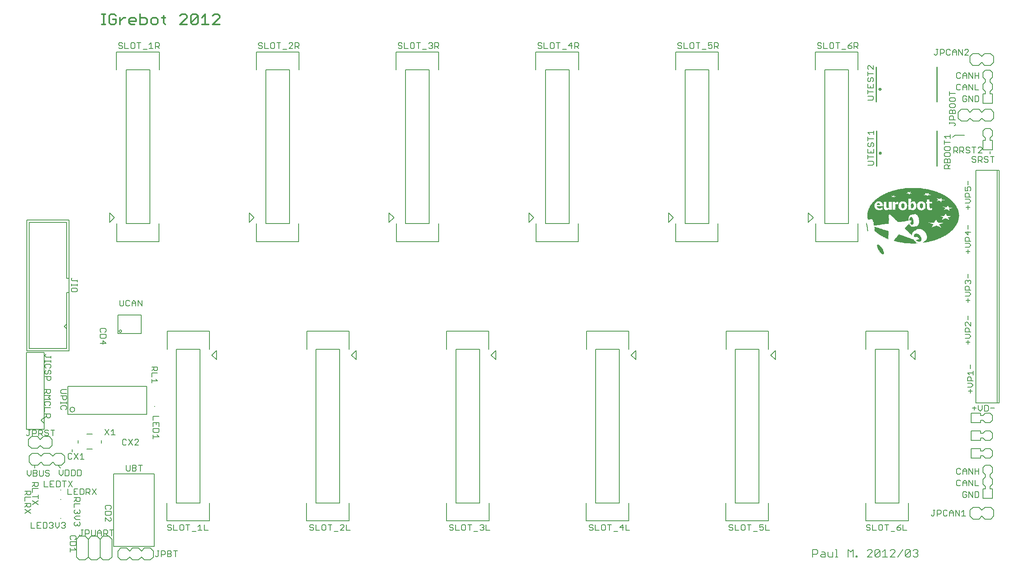
<source format=gto>
G75*
G70*
%OFA0B0*%
%FSLAX24Y24*%
%IPPOS*%
%LPD*%
%AMOC8*
5,1,8,0,0,1.08239X$1,22.5*
%
%ADD10C,0.0070*%
%ADD11C,0.0120*%
%ADD12C,0.0080*%
%ADD13C,0.0060*%
%ADD14R,0.0039X0.0039*%
%ADD15R,0.0039X0.0118*%
%ADD16R,0.0039X0.0079*%
%ADD17R,0.0039X0.0157*%
%ADD18R,0.0039X0.0197*%
%ADD19R,0.0039X0.0669*%
%ADD20R,0.0039X0.1142*%
%ADD21R,0.0039X0.1575*%
%ADD22R,0.0039X0.1220*%
%ADD23R,0.0039X0.1024*%
%ADD24R,0.0039X0.1063*%
%ADD25R,0.0039X0.0709*%
%ADD26R,0.0039X0.1811*%
%ADD27R,0.0039X0.1496*%
%ADD28R,0.0039X0.0394*%
%ADD29R,0.0039X0.0748*%
%ADD30R,0.0039X0.1614*%
%ADD31R,0.0039X0.0630*%
%ADD32R,0.0039X0.1417*%
%ADD33R,0.0039X0.0315*%
%ADD34R,0.0039X0.1732*%
%ADD35R,0.0039X0.0787*%
%ADD36R,0.0039X0.0945*%
%ADD37R,0.0039X0.1772*%
%ADD38R,0.0039X0.0827*%
%ADD39R,0.0039X0.0512*%
%ADD40R,0.0039X0.0551*%
%ADD41R,0.0039X0.0591*%
%ADD42R,0.0039X0.0906*%
%ADD43R,0.0039X0.0236*%
%ADD44R,0.0039X0.0354*%
%ADD45R,0.0039X0.0276*%
%ADD46R,0.0039X0.0866*%
%ADD47R,0.0039X0.3071*%
%ADD48R,0.0039X0.2402*%
%ADD49R,0.0039X0.0984*%
%ADD50R,0.0039X0.0472*%
%ADD51R,0.0039X0.0433*%
%ADD52R,0.0039X0.1260*%
%ADD53R,0.0039X0.1181*%
%ADD54R,0.0039X0.1299*%
%ADD55R,0.0039X0.1457*%
%ADD56R,0.0039X0.1378*%
%ADD57R,0.0039X0.2480*%
%ADD58R,0.0039X0.1693*%
%ADD59R,0.0039X0.2559*%
%ADD60R,0.0039X0.1654*%
%ADD61R,0.0039X0.1339*%
%ADD62R,0.0039X0.1535*%
%ADD63R,0.0039X0.2598*%
%ADD64R,0.0039X0.2677*%
%ADD65R,0.0118X0.0020*%
%ADD66R,0.0157X0.0020*%
%ADD67R,0.0197X0.0020*%
%ADD68R,0.0217X0.0020*%
%ADD69R,0.0236X0.0020*%
%ADD70R,0.0256X0.0020*%
%ADD71R,0.0276X0.0020*%
%ADD72R,0.0295X0.0020*%
%ADD73R,0.0315X0.0020*%
%ADD74R,0.0335X0.0020*%
%ADD75R,0.0354X0.0020*%
%ADD76R,0.0374X0.0020*%
%ADD77R,0.0177X0.0020*%
%ADD78R,0.0138X0.0020*%
%ADD79R,0.0059X0.0020*%
%ADD80R,0.0492X0.0020*%
%ADD81R,0.0906X0.0020*%
%ADD82R,0.1043X0.0020*%
%ADD83R,0.1161X0.0020*%
%ADD84R,0.1260X0.0020*%
%ADD85R,0.1358X0.0020*%
%ADD86R,0.1437X0.0020*%
%ADD87R,0.1516X0.0020*%
%ADD88R,0.0394X0.0020*%
%ADD89R,0.1575X0.0020*%
%ADD90R,0.0453X0.0020*%
%ADD91R,0.1634X0.0020*%
%ADD92R,0.0531X0.0020*%
%ADD93R,0.1693X0.0020*%
%ADD94R,0.0551X0.0020*%
%ADD95R,0.1752X0.0020*%
%ADD96R,0.0610X0.0020*%
%ADD97R,0.1713X0.0020*%
%ADD98R,0.0650X0.0020*%
%ADD99R,0.0413X0.0020*%
%ADD100R,0.0709X0.0020*%
%ADD101R,0.1654X0.0020*%
%ADD102R,0.0748X0.0020*%
%ADD103R,0.0787X0.0020*%
%ADD104R,0.1594X0.0020*%
%ADD105R,0.0827X0.0020*%
%ADD106R,0.0866X0.0020*%
%ADD107R,0.1457X0.0020*%
%ADD108R,0.0039X0.0020*%
%ADD109R,0.1378X0.0020*%
%ADD110R,0.0965X0.0020*%
%ADD111R,0.0079X0.0020*%
%ADD112R,0.1319X0.0020*%
%ADD113R,0.1004X0.0020*%
%ADD114R,0.1240X0.0020*%
%ADD115R,0.1083X0.0020*%
%ADD116R,0.1102X0.0020*%
%ADD117R,0.1122X0.0020*%
%ADD118R,0.1024X0.0020*%
%ADD119R,0.1181X0.0020*%
%ADD120R,0.0945X0.0020*%
%ADD121R,0.1220X0.0020*%
%ADD122R,0.0886X0.0020*%
%ADD123R,0.0807X0.0020*%
%ADD124R,0.0020X0.0020*%
%ADD125R,0.1299X0.0020*%
%ADD126R,0.1339X0.0020*%
%ADD127R,0.0669X0.0020*%
%ADD128R,0.0591X0.0020*%
%ADD129R,0.1417X0.0020*%
%ADD130R,0.0512X0.0020*%
%ADD131R,0.0571X0.0020*%
%ADD132R,0.1476X0.0020*%
%ADD133R,0.0630X0.0020*%
%ADD134R,0.0472X0.0020*%
%ADD135R,0.0433X0.0020*%
%ADD136R,0.0098X0.0020*%
%ADD137R,0.0768X0.0020*%
%ADD138R,0.1772X0.0020*%
%ADD139R,0.1791X0.0020*%
%ADD140R,0.1811X0.0020*%
%ADD141R,0.1870X0.0020*%
%ADD142R,0.0925X0.0020*%
%ADD143R,0.1909X0.0020*%
%ADD144R,0.1949X0.0020*%
%ADD145R,0.1988X0.0020*%
%ADD146R,0.2008X0.0020*%
%ADD147R,0.2067X0.0020*%
%ADD148R,0.2106X0.0020*%
%ADD149R,0.1063X0.0020*%
%ADD150R,0.2146X0.0020*%
%ADD151R,0.2165X0.0020*%
%ADD152R,0.2205X0.0020*%
%ADD153R,0.1142X0.0020*%
%ADD154R,0.2244X0.0020*%
%ADD155R,0.2303X0.0020*%
%ADD156R,0.2362X0.0020*%
%ADD157R,0.0984X0.0020*%
%ADD158R,0.0689X0.0020*%
%ADD159R,0.2402X0.0020*%
%ADD160R,0.0728X0.0020*%
%ADD161R,0.2441X0.0020*%
%ADD162R,0.2500X0.0020*%
%ADD163R,0.0846X0.0020*%
%ADD164R,0.2539X0.0020*%
%ADD165R,0.2598X0.0020*%
%ADD166R,0.2657X0.0020*%
%ADD167R,0.2717X0.0020*%
%ADD168R,0.2776X0.0020*%
%ADD169R,0.4094X0.0020*%
%ADD170R,0.4154X0.0020*%
%ADD171R,0.2992X0.0020*%
%ADD172R,0.2185X0.0020*%
%ADD173R,0.1280X0.0020*%
%ADD174R,0.1201X0.0020*%
%ADD175R,0.1535X0.0020*%
%ADD176R,0.1732X0.0020*%
%ADD177R,0.1831X0.0020*%
%ADD178R,0.1398X0.0020*%
%ADD179R,0.1850X0.0020*%
%ADD180R,0.1969X0.0020*%
%ADD181R,0.2028X0.0020*%
%ADD182R,0.2087X0.0020*%
%ADD183R,0.2047X0.0020*%
%ADD184R,0.1929X0.0020*%
%ADD185R,0.1496X0.0020*%
%ADD186R,0.2264X0.0020*%
%ADD187R,0.2283X0.0020*%
%ADD188R,0.1614X0.0020*%
%ADD189R,0.2323X0.0020*%
%ADD190R,0.2382X0.0020*%
%ADD191R,0.2480X0.0020*%
%ADD192R,0.4705X0.0020*%
%ADD193R,0.4744X0.0020*%
%ADD194R,0.7736X0.0020*%
%ADD195R,0.7717X0.0020*%
%ADD196R,0.7697X0.0020*%
%ADD197R,0.7677X0.0020*%
%ADD198R,0.7657X0.0020*%
%ADD199R,0.7638X0.0020*%
%ADD200R,0.6850X0.0020*%
%ADD201R,0.2894X0.0020*%
%ADD202R,0.2224X0.0020*%
%ADD203R,0.2126X0.0020*%
%ADD204R,0.1890X0.0020*%
%ADD205R,0.2874X0.0020*%
%ADD206R,0.2854X0.0020*%
%ADD207R,0.2835X0.0020*%
%ADD208R,0.2815X0.0020*%
%ADD209R,0.2795X0.0020*%
%ADD210R,0.2736X0.0020*%
%ADD211R,0.2697X0.0020*%
%ADD212R,0.2677X0.0020*%
%ADD213R,0.5020X0.0020*%
%ADD214R,0.5335X0.0020*%
%ADD215R,0.5354X0.0020*%
%ADD216R,0.4508X0.0020*%
%ADD217R,0.4488X0.0020*%
%ADD218R,0.4449X0.0020*%
%ADD219R,0.4429X0.0020*%
%ADD220R,0.4272X0.0020*%
%ADD221R,0.4252X0.0020*%
%ADD222R,0.2756X0.0020*%
%ADD223R,0.3484X0.0020*%
%ADD224R,0.1673X0.0020*%
%ADD225R,0.1555X0.0020*%
%ADD226R,0.3740X0.0020*%
%ADD227R,0.3622X0.0020*%
%ADD228R,0.3504X0.0020*%
%ADD229R,0.3366X0.0020*%
%ADD230R,0.3228X0.0020*%
%ADD231R,0.3091X0.0020*%
%ADD232R,0.2933X0.0020*%
%ADD233C,0.0050*%
%ADD234R,0.0098X0.0098*%
%ADD235C,0.0100*%
D10*
X008275Y003729D02*
X008602Y003729D01*
X008791Y003729D02*
X009118Y003729D01*
X009306Y003729D02*
X009551Y003729D01*
X009633Y003811D01*
X009633Y004138D01*
X009551Y004219D01*
X009306Y004219D01*
X009306Y003729D01*
X008954Y003974D02*
X008791Y003974D01*
X008791Y004219D02*
X008791Y003729D01*
X008791Y004219D02*
X009118Y004219D01*
X009822Y004138D02*
X009904Y004219D01*
X010067Y004219D01*
X010149Y004138D01*
X010149Y004056D01*
X010067Y003974D01*
X010149Y003893D01*
X010149Y003811D01*
X010067Y003729D01*
X009904Y003729D01*
X009822Y003811D01*
X009985Y003974D02*
X010067Y003974D01*
X010338Y003893D02*
X010501Y003729D01*
X010664Y003893D01*
X010664Y004219D01*
X010853Y004138D02*
X010935Y004219D01*
X011098Y004219D01*
X011180Y004138D01*
X011180Y004056D01*
X011098Y003974D01*
X011180Y003893D01*
X011180Y003811D01*
X011098Y003729D01*
X010935Y003729D01*
X010853Y003811D01*
X011017Y003974D02*
X011098Y003974D01*
X010338Y003893D02*
X010338Y004219D01*
X011931Y004174D02*
X012012Y004256D01*
X011931Y004174D02*
X011931Y004010D01*
X012012Y003929D01*
X012094Y003929D01*
X012176Y004010D01*
X012176Y004092D01*
X012176Y004010D02*
X012257Y003929D01*
X012339Y003929D01*
X012421Y004010D01*
X012421Y004174D01*
X012339Y004256D01*
X012421Y004444D02*
X012094Y004444D01*
X011931Y004608D01*
X012094Y004771D01*
X012421Y004771D01*
X012339Y004960D02*
X012257Y004960D01*
X012176Y005042D01*
X012094Y004960D01*
X012012Y004960D01*
X011931Y005042D01*
X011931Y005205D01*
X012012Y005287D01*
X011931Y005476D02*
X011931Y005803D01*
X012421Y005803D01*
X012339Y005991D02*
X012176Y005991D01*
X012094Y006073D01*
X012094Y006318D01*
X012094Y006155D02*
X011931Y005991D01*
X011931Y006318D02*
X012421Y006318D01*
X012421Y006073D01*
X012339Y005991D01*
X012420Y006581D02*
X012666Y006581D01*
X012747Y006663D01*
X012747Y006990D01*
X012666Y007071D01*
X012420Y007071D01*
X012420Y006581D01*
X012232Y006581D02*
X011905Y006581D01*
X011905Y007071D01*
X012232Y007071D01*
X012068Y006826D02*
X011905Y006826D01*
X011716Y006581D02*
X011389Y006581D01*
X011389Y007071D01*
X011443Y007224D02*
X011770Y007714D01*
X011443Y007714D02*
X011770Y007224D01*
X011091Y007224D02*
X011091Y007714D01*
X011254Y007714D02*
X010927Y007714D01*
X010739Y007632D02*
X010739Y007305D01*
X010657Y007224D01*
X010412Y007224D01*
X010412Y007714D01*
X010657Y007714D01*
X010739Y007632D01*
X010223Y007714D02*
X009896Y007714D01*
X009896Y007224D01*
X010223Y007224D01*
X010060Y007469D02*
X009896Y007469D01*
X009707Y007224D02*
X009381Y007224D01*
X009381Y007714D01*
X009224Y008135D02*
X009306Y008217D01*
X009306Y008625D01*
X009495Y008544D02*
X009495Y008462D01*
X009576Y008380D01*
X009740Y008380D01*
X009821Y008298D01*
X009821Y008217D01*
X009740Y008135D01*
X009576Y008135D01*
X009495Y008217D01*
X009224Y008135D02*
X009061Y008135D01*
X008979Y008217D01*
X008979Y008625D01*
X008790Y008544D02*
X008790Y008462D01*
X008708Y008380D01*
X008463Y008380D01*
X008275Y008298D02*
X008275Y008625D01*
X008463Y008625D02*
X008708Y008625D01*
X008790Y008544D01*
X008708Y008380D02*
X008790Y008298D01*
X008790Y008217D01*
X008708Y008135D01*
X008463Y008135D01*
X008463Y008625D01*
X008275Y008298D02*
X008111Y008135D01*
X007948Y008298D01*
X007948Y008625D01*
X008388Y007591D02*
X008878Y007591D01*
X008878Y007346D01*
X008797Y007264D01*
X008633Y007264D01*
X008551Y007346D01*
X008551Y007591D01*
X008551Y007428D02*
X008388Y007264D01*
X008388Y007076D02*
X008388Y006749D01*
X008241Y006871D02*
X008241Y006626D01*
X008159Y006544D01*
X007995Y006544D01*
X007914Y006626D01*
X007914Y006871D01*
X007914Y006707D02*
X007750Y006544D01*
X007750Y006355D02*
X007750Y006028D01*
X007750Y005840D02*
X008241Y005840D01*
X008241Y005594D01*
X008159Y005513D01*
X007995Y005513D01*
X007914Y005594D01*
X007914Y005840D01*
X007914Y005676D02*
X007750Y005513D01*
X007750Y005324D02*
X008241Y004997D01*
X008241Y005324D02*
X007750Y004997D01*
X008388Y005718D02*
X008878Y006044D01*
X008878Y006233D02*
X008878Y006560D01*
X008878Y006397D02*
X008388Y006397D01*
X008241Y006355D02*
X007750Y006355D01*
X007750Y006871D02*
X008241Y006871D01*
X008388Y007076D02*
X008878Y007076D01*
X008388Y006044D02*
X008878Y005718D01*
X008275Y004219D02*
X008275Y003729D01*
X011588Y003017D02*
X011588Y002853D01*
X011670Y002772D01*
X011588Y002583D02*
X011588Y002338D01*
X011670Y002256D01*
X011997Y002256D01*
X012078Y002338D01*
X012078Y002583D01*
X011588Y002583D01*
X011588Y003017D02*
X011670Y003098D01*
X011997Y003098D01*
X012078Y003017D01*
X012078Y002853D01*
X011997Y002772D01*
X012351Y003171D02*
X012433Y003089D01*
X012515Y003089D01*
X012597Y003171D01*
X012597Y003580D01*
X012678Y003580D02*
X012515Y003580D01*
X012867Y003580D02*
X012867Y003089D01*
X012867Y003253D02*
X013112Y003253D01*
X013194Y003335D01*
X013194Y003498D01*
X013112Y003580D01*
X012867Y003580D01*
X013383Y003580D02*
X013383Y003171D01*
X013464Y003089D01*
X013628Y003089D01*
X013710Y003171D01*
X013710Y003580D01*
X013898Y003416D02*
X014062Y003580D01*
X014225Y003416D01*
X014225Y003089D01*
X014414Y003089D02*
X014414Y003580D01*
X014659Y003580D01*
X014741Y003498D01*
X014741Y003335D01*
X014659Y003253D01*
X014414Y003253D01*
X014577Y003253D02*
X014741Y003089D01*
X015093Y003089D02*
X015093Y003580D01*
X014930Y003580D02*
X015256Y003580D01*
X014962Y004310D02*
X015044Y004391D01*
X015044Y004555D01*
X014962Y004636D01*
X014962Y004825D02*
X015044Y004907D01*
X015044Y005152D01*
X014553Y005152D01*
X014553Y004907D01*
X014635Y004825D01*
X014962Y004825D01*
X014553Y004636D02*
X014880Y004310D01*
X014962Y004310D01*
X014553Y004310D02*
X014553Y004636D01*
X014635Y005341D02*
X014553Y005423D01*
X014553Y005586D01*
X014635Y005668D01*
X014962Y005668D01*
X015044Y005586D01*
X015044Y005423D01*
X014962Y005341D01*
X013779Y006581D02*
X013452Y007071D01*
X013263Y006990D02*
X013181Y007071D01*
X012936Y007071D01*
X012936Y006581D01*
X012936Y006745D02*
X013181Y006745D01*
X013263Y006826D01*
X013263Y006990D01*
X013100Y006745D02*
X013263Y006581D01*
X013452Y006581D02*
X013779Y007071D01*
X012528Y008250D02*
X012528Y008577D01*
X012447Y008658D01*
X012201Y008658D01*
X012201Y008168D01*
X012447Y008168D01*
X012528Y008250D01*
X012013Y008250D02*
X012013Y008577D01*
X011931Y008658D01*
X011686Y008658D01*
X011686Y008168D01*
X011931Y008168D01*
X012013Y008250D01*
X011497Y008250D02*
X011497Y008577D01*
X011415Y008658D01*
X011170Y008658D01*
X011170Y008168D01*
X011415Y008168D01*
X011497Y008250D01*
X010981Y008332D02*
X010981Y008658D01*
X010981Y008332D02*
X010818Y008168D01*
X010655Y008332D01*
X010655Y008658D01*
X009821Y008544D02*
X009740Y008625D01*
X009576Y008625D01*
X009495Y008544D01*
X011408Y009656D02*
X011490Y009574D01*
X011654Y009574D01*
X011735Y009656D01*
X011924Y009574D02*
X012251Y010064D01*
X012440Y009901D02*
X012603Y010064D01*
X012603Y009574D01*
X012440Y009574D02*
X012767Y009574D01*
X012251Y009574D02*
X011924Y010064D01*
X011735Y009983D02*
X011654Y010064D01*
X011490Y010064D01*
X011408Y009983D01*
X011408Y009656D01*
X010107Y011549D02*
X010107Y012039D01*
X010270Y012039D02*
X009943Y012039D01*
X009755Y011958D02*
X009673Y012039D01*
X009509Y012039D01*
X009428Y011958D01*
X009428Y011876D01*
X009509Y011794D01*
X009673Y011794D01*
X009755Y011713D01*
X009755Y011631D01*
X009673Y011549D01*
X009509Y011549D01*
X009428Y011631D01*
X009239Y011549D02*
X009076Y011713D01*
X009157Y011713D02*
X008912Y011713D01*
X008912Y011549D02*
X008912Y012039D01*
X009157Y012039D01*
X009239Y011958D01*
X009239Y011794D01*
X009157Y011713D01*
X008723Y011794D02*
X008723Y011958D01*
X008642Y012039D01*
X008396Y012039D01*
X008396Y011549D01*
X008396Y011713D02*
X008642Y011713D01*
X008723Y011794D01*
X008208Y012039D02*
X008044Y012039D01*
X008126Y012039D02*
X008126Y011631D01*
X008044Y011549D01*
X007963Y011549D01*
X007881Y011631D01*
X009428Y013074D02*
X009592Y013237D01*
X009592Y013155D02*
X009592Y013401D01*
X009428Y013401D02*
X009919Y013401D01*
X009919Y013155D01*
X009837Y013074D01*
X009673Y013074D01*
X009592Y013155D01*
X009428Y013589D02*
X009428Y013916D01*
X009919Y013916D01*
X009837Y014105D02*
X009919Y014187D01*
X009919Y014350D01*
X009837Y014432D01*
X009510Y014432D01*
X009428Y014350D01*
X009428Y014187D01*
X009510Y014105D01*
X009428Y014620D02*
X009919Y014620D01*
X009755Y014784D01*
X009919Y014947D01*
X009428Y014947D01*
X009428Y015136D02*
X009592Y015300D01*
X009592Y015218D02*
X009592Y015463D01*
X009428Y015463D02*
X009919Y015463D01*
X009919Y015218D01*
X009837Y015136D01*
X009673Y015136D01*
X009592Y015218D01*
X009705Y016232D02*
X009623Y016314D01*
X009623Y016559D01*
X009460Y016559D02*
X009950Y016559D01*
X009950Y016314D01*
X009868Y016232D01*
X009705Y016232D01*
X009623Y016748D02*
X009541Y016748D01*
X009460Y016830D01*
X009460Y016993D01*
X009541Y017075D01*
X009705Y016993D02*
X009705Y016830D01*
X009623Y016748D01*
X009868Y016748D02*
X009950Y016830D01*
X009950Y016993D01*
X009868Y017075D01*
X009787Y017075D01*
X009705Y016993D01*
X009868Y017264D02*
X009950Y017345D01*
X009950Y017509D01*
X009868Y017591D01*
X009541Y017591D01*
X009460Y017509D01*
X009460Y017345D01*
X009541Y017264D01*
X009460Y017771D02*
X009460Y017934D01*
X009460Y017853D02*
X009950Y017853D01*
X009950Y017934D02*
X009950Y017771D01*
X009950Y018123D02*
X009950Y018287D01*
X009950Y018205D02*
X009541Y018205D01*
X009460Y018287D01*
X009460Y018368D01*
X009541Y018450D01*
X014117Y019357D02*
X014608Y019357D01*
X014362Y019603D01*
X014362Y019276D01*
X014199Y019791D02*
X014526Y019791D01*
X014608Y019873D01*
X014608Y020118D01*
X014117Y020118D01*
X014117Y019873D01*
X014199Y019791D01*
X014199Y020307D02*
X014117Y020389D01*
X014117Y020552D01*
X014199Y020634D01*
X014526Y020634D01*
X014608Y020552D01*
X014608Y020389D01*
X014526Y020307D01*
X015857Y022510D02*
X016020Y022510D01*
X016102Y022592D01*
X016102Y023000D01*
X016290Y022918D02*
X016290Y022592D01*
X016372Y022510D01*
X016536Y022510D01*
X016617Y022592D01*
X016806Y022510D02*
X016806Y022837D01*
X016970Y023000D01*
X017133Y022837D01*
X017133Y022510D01*
X017322Y022510D02*
X017322Y023000D01*
X017649Y022510D01*
X017649Y023000D01*
X017133Y022755D02*
X016806Y022755D01*
X016617Y022918D02*
X016536Y023000D01*
X016372Y023000D01*
X016290Y022918D01*
X015775Y023000D02*
X015775Y022592D01*
X015857Y022510D01*
X012172Y023792D02*
X012091Y023710D01*
X011764Y023710D01*
X011682Y023792D01*
X011682Y023955D01*
X011764Y024037D01*
X012091Y024037D01*
X012172Y023955D01*
X012172Y023792D01*
X012172Y024217D02*
X012172Y024381D01*
X012172Y024299D02*
X011682Y024299D01*
X011682Y024381D02*
X011682Y024217D01*
X011764Y024651D02*
X011682Y024733D01*
X011682Y024815D01*
X011764Y024896D01*
X011764Y024651D02*
X012172Y024651D01*
X012172Y024570D02*
X012172Y024733D01*
X018479Y017371D02*
X018970Y017371D01*
X018970Y017126D01*
X018888Y017044D01*
X018725Y017044D01*
X018643Y017126D01*
X018643Y017371D01*
X018643Y017207D02*
X018479Y017044D01*
X018479Y016855D02*
X018479Y016528D01*
X018479Y016340D02*
X018479Y016013D01*
X018479Y016176D02*
X018970Y016176D01*
X018806Y016340D01*
X018970Y016855D02*
X018479Y016855D01*
X018601Y013175D02*
X018601Y012848D01*
X018601Y012660D02*
X018601Y012333D01*
X018601Y012144D02*
X018601Y011899D01*
X018682Y011817D01*
X019009Y011817D01*
X019091Y011899D01*
X019091Y012144D01*
X018601Y012144D01*
X018846Y012496D02*
X018846Y012660D01*
X019091Y012660D02*
X018601Y012660D01*
X019091Y012660D02*
X019091Y012333D01*
X018928Y011628D02*
X019091Y011465D01*
X018601Y011465D01*
X018601Y011628D02*
X018601Y011301D01*
X017367Y011161D02*
X017285Y011242D01*
X017121Y011242D01*
X017040Y011161D01*
X016851Y011242D02*
X016524Y010752D01*
X016335Y010834D02*
X016254Y010752D01*
X016090Y010752D01*
X016008Y010834D01*
X016008Y011161D01*
X016090Y011242D01*
X016254Y011242D01*
X016335Y011161D01*
X016524Y011242D02*
X016851Y010752D01*
X017040Y010752D02*
X017367Y011079D01*
X017367Y011161D01*
X017367Y010752D02*
X017040Y010752D01*
X015376Y011609D02*
X015049Y011609D01*
X015212Y011609D02*
X015212Y012099D01*
X015049Y011936D01*
X014860Y012099D02*
X014533Y011609D01*
X014860Y011609D02*
X014533Y012099D01*
X011281Y013830D02*
X011281Y013993D01*
X011199Y014075D01*
X010872Y014075D01*
X010791Y013993D01*
X010791Y013830D01*
X010872Y013748D01*
X011199Y013748D02*
X011281Y013830D01*
X011281Y014255D02*
X011281Y014419D01*
X011281Y014337D02*
X010791Y014337D01*
X010791Y014419D02*
X010791Y014255D01*
X011036Y014607D02*
X010954Y014689D01*
X010954Y014934D01*
X010791Y014934D02*
X011281Y014934D01*
X011281Y014689D01*
X011199Y014607D01*
X011036Y014607D01*
X010872Y015123D02*
X011281Y015123D01*
X011281Y015450D02*
X010872Y015450D01*
X010791Y015368D01*
X010791Y015205D01*
X010872Y015123D01*
X018601Y013175D02*
X019091Y013175D01*
X017686Y009060D02*
X017359Y009060D01*
X017522Y009060D02*
X017522Y008570D01*
X017170Y008651D02*
X017170Y008733D01*
X017089Y008815D01*
X016843Y008815D01*
X016843Y009060D02*
X017089Y009060D01*
X017170Y008978D01*
X017170Y008897D01*
X017089Y008815D01*
X017170Y008651D02*
X017089Y008570D01*
X016843Y008570D01*
X016843Y009060D01*
X016655Y009060D02*
X016655Y008651D01*
X016573Y008570D01*
X016409Y008570D01*
X016328Y008651D01*
X016328Y009060D01*
X012421Y005205D02*
X012421Y005042D01*
X012339Y004960D01*
X012176Y005042D02*
X012176Y005123D01*
X012339Y005287D02*
X012421Y005205D01*
X013898Y003416D02*
X013898Y003089D01*
X013898Y003335D02*
X014225Y003335D01*
X012078Y001904D02*
X011588Y001904D01*
X011588Y002067D02*
X011588Y001740D01*
X011915Y002067D02*
X012078Y001904D01*
X018774Y001407D02*
X018856Y001325D01*
X018938Y001325D01*
X019019Y001407D01*
X019019Y001815D01*
X018938Y001815D02*
X019101Y001815D01*
X019290Y001815D02*
X019535Y001815D01*
X019617Y001734D01*
X019617Y001570D01*
X019535Y001489D01*
X019290Y001489D01*
X019290Y001325D02*
X019290Y001815D01*
X019805Y001815D02*
X020051Y001815D01*
X020132Y001734D01*
X020132Y001652D01*
X020051Y001570D01*
X019805Y001570D01*
X019805Y001325D02*
X020051Y001325D01*
X020132Y001407D01*
X020132Y001489D01*
X020051Y001570D01*
X019805Y001325D02*
X019805Y001815D01*
X020321Y001815D02*
X020648Y001815D01*
X020484Y001815D02*
X020484Y001325D01*
X020336Y003542D02*
X020662Y003542D01*
X020851Y003624D02*
X020851Y003951D01*
X020933Y004032D01*
X021096Y004032D01*
X021178Y003951D01*
X021178Y003624D01*
X021096Y003542D01*
X020933Y003542D01*
X020851Y003624D01*
X020336Y003542D02*
X020336Y004032D01*
X020147Y003951D02*
X020065Y004032D01*
X019902Y004032D01*
X019820Y003951D01*
X019820Y003869D01*
X019902Y003787D01*
X020065Y003787D01*
X020147Y003706D01*
X020147Y003624D01*
X020065Y003542D01*
X019902Y003542D01*
X019820Y003624D01*
X021367Y004032D02*
X021694Y004032D01*
X021530Y004032D02*
X021530Y003542D01*
X021882Y003460D02*
X022209Y003460D01*
X022398Y003542D02*
X022725Y003542D01*
X022561Y003542D02*
X022561Y004032D01*
X022398Y003869D01*
X022914Y004032D02*
X022914Y003542D01*
X023241Y003542D01*
X031828Y003624D02*
X031909Y003542D01*
X032073Y003542D01*
X032155Y003624D01*
X032155Y003706D01*
X032073Y003787D01*
X031909Y003787D01*
X031828Y003869D01*
X031828Y003951D01*
X031909Y004032D01*
X032073Y004032D01*
X032155Y003951D01*
X032343Y004032D02*
X032343Y003542D01*
X032670Y003542D01*
X032859Y003624D02*
X032941Y003542D01*
X033104Y003542D01*
X033186Y003624D01*
X033186Y003951D01*
X033104Y004032D01*
X032941Y004032D01*
X032859Y003951D01*
X032859Y003624D01*
X033375Y004032D02*
X033702Y004032D01*
X033538Y004032D02*
X033538Y003542D01*
X033890Y003460D02*
X034217Y003460D01*
X034406Y003542D02*
X034733Y003869D01*
X034733Y003951D01*
X034651Y004032D01*
X034488Y004032D01*
X034406Y003951D01*
X034406Y003542D02*
X034733Y003542D01*
X034922Y003542D02*
X035248Y003542D01*
X034922Y003542D02*
X034922Y004032D01*
X043639Y003951D02*
X043639Y003869D01*
X043721Y003787D01*
X043884Y003787D01*
X043966Y003706D01*
X043966Y003624D01*
X043884Y003542D01*
X043721Y003542D01*
X043639Y003624D01*
X043639Y003951D02*
X043721Y004032D01*
X043884Y004032D01*
X043966Y003951D01*
X044154Y004032D02*
X044154Y003542D01*
X044481Y003542D01*
X044670Y003624D02*
X044752Y003542D01*
X044915Y003542D01*
X044997Y003624D01*
X044997Y003951D01*
X044915Y004032D01*
X044752Y004032D01*
X044670Y003951D01*
X044670Y003624D01*
X045186Y004032D02*
X045513Y004032D01*
X045349Y004032D02*
X045349Y003542D01*
X045701Y003460D02*
X046028Y003460D01*
X046217Y003624D02*
X046299Y003542D01*
X046462Y003542D01*
X046544Y003624D01*
X046544Y003706D01*
X046462Y003787D01*
X046380Y003787D01*
X046462Y003787D02*
X046544Y003869D01*
X046544Y003951D01*
X046462Y004032D01*
X046299Y004032D01*
X046217Y003951D01*
X046733Y004032D02*
X046733Y003542D01*
X047059Y003542D01*
X055450Y003624D02*
X055532Y003542D01*
X055695Y003542D01*
X055777Y003624D01*
X055777Y003706D01*
X055695Y003787D01*
X055532Y003787D01*
X055450Y003869D01*
X055450Y003951D01*
X055532Y004032D01*
X055695Y004032D01*
X055777Y003951D01*
X055965Y004032D02*
X055965Y003542D01*
X056292Y003542D01*
X056481Y003624D02*
X056563Y003542D01*
X056726Y003542D01*
X056808Y003624D01*
X056808Y003951D01*
X056726Y004032D01*
X056563Y004032D01*
X056481Y003951D01*
X056481Y003624D01*
X056997Y004032D02*
X057324Y004032D01*
X057160Y004032D02*
X057160Y003542D01*
X057512Y003460D02*
X057839Y003460D01*
X058028Y003787D02*
X058273Y004032D01*
X058273Y003542D01*
X058355Y003787D02*
X058028Y003787D01*
X058544Y003542D02*
X058871Y003542D01*
X058544Y003542D02*
X058544Y004032D01*
X067261Y003951D02*
X067261Y003869D01*
X067343Y003787D01*
X067506Y003787D01*
X067588Y003706D01*
X067588Y003624D01*
X067506Y003542D01*
X067343Y003542D01*
X067261Y003624D01*
X067261Y003951D02*
X067343Y004032D01*
X067506Y004032D01*
X067588Y003951D01*
X067776Y004032D02*
X067776Y003542D01*
X068103Y003542D01*
X068292Y003624D02*
X068374Y003542D01*
X068537Y003542D01*
X068619Y003624D01*
X068619Y003951D01*
X068537Y004032D01*
X068374Y004032D01*
X068292Y003951D01*
X068292Y003624D01*
X068808Y004032D02*
X069135Y004032D01*
X068971Y004032D02*
X068971Y003542D01*
X069323Y003460D02*
X069650Y003460D01*
X069839Y003624D02*
X069921Y003542D01*
X070084Y003542D01*
X070166Y003624D01*
X070166Y003787D01*
X070084Y003869D01*
X070002Y003869D01*
X069839Y003787D01*
X069839Y004032D01*
X070166Y004032D01*
X070355Y004032D02*
X070355Y003542D01*
X070682Y003542D01*
X078875Y003624D02*
X078957Y003542D01*
X079120Y003542D01*
X079202Y003624D01*
X079202Y003706D01*
X079120Y003787D01*
X078957Y003787D01*
X078875Y003869D01*
X078875Y003951D01*
X078957Y004032D01*
X079120Y004032D01*
X079202Y003951D01*
X079391Y004032D02*
X079391Y003542D01*
X079718Y003542D01*
X079906Y003624D02*
X079988Y003542D01*
X080151Y003542D01*
X080233Y003624D01*
X080233Y003951D01*
X080151Y004032D01*
X079988Y004032D01*
X079906Y003951D01*
X079906Y003624D01*
X080422Y004032D02*
X080749Y004032D01*
X080585Y004032D02*
X080585Y003542D01*
X080938Y003460D02*
X081264Y003460D01*
X081453Y003624D02*
X081535Y003542D01*
X081698Y003542D01*
X081780Y003624D01*
X081780Y003706D01*
X081698Y003787D01*
X081453Y003787D01*
X081453Y003624D01*
X081453Y003787D02*
X081617Y003951D01*
X081780Y004032D01*
X081969Y004032D02*
X081969Y003542D01*
X082296Y003542D01*
X084342Y004852D02*
X084424Y004770D01*
X084506Y004770D01*
X084587Y004852D01*
X084587Y005261D01*
X084506Y005261D02*
X084669Y005261D01*
X084858Y005261D02*
X085103Y005261D01*
X085185Y005179D01*
X085185Y005016D01*
X085103Y004934D01*
X084858Y004934D01*
X084858Y004770D02*
X084858Y005261D01*
X085374Y005179D02*
X085374Y004852D01*
X085455Y004770D01*
X085619Y004770D01*
X085700Y004852D01*
X085889Y004770D02*
X085889Y005097D01*
X086053Y005261D01*
X086216Y005097D01*
X086216Y004770D01*
X086405Y004770D02*
X086405Y005261D01*
X086732Y004770D01*
X086732Y005261D01*
X086920Y005097D02*
X087084Y005261D01*
X087084Y004770D01*
X087247Y004770D02*
X086920Y004770D01*
X086216Y005016D02*
X085889Y005016D01*
X085700Y005179D02*
X085619Y005261D01*
X085455Y005261D01*
X085374Y005179D01*
X087013Y006410D02*
X087095Y006329D01*
X087258Y006329D01*
X087340Y006410D01*
X087340Y006574D01*
X087176Y006574D01*
X087013Y006737D02*
X087013Y006410D01*
X087013Y006737D02*
X087095Y006819D01*
X087258Y006819D01*
X087340Y006737D01*
X087529Y006819D02*
X087856Y006329D01*
X087856Y006819D01*
X088044Y006819D02*
X088289Y006819D01*
X088371Y006737D01*
X088371Y006410D01*
X088289Y006329D01*
X088044Y006329D01*
X088044Y006819D01*
X088044Y007313D02*
X088371Y007313D01*
X088044Y007313D02*
X088044Y007803D01*
X087856Y007803D02*
X087856Y007313D01*
X087529Y007803D01*
X087529Y007313D01*
X087340Y007313D02*
X087340Y007640D01*
X087176Y007803D01*
X087013Y007640D01*
X087013Y007313D01*
X086824Y007395D02*
X086743Y007313D01*
X086579Y007313D01*
X086497Y007395D01*
X086497Y007721D01*
X086579Y007803D01*
X086743Y007803D01*
X086824Y007721D01*
X087013Y007558D02*
X087340Y007558D01*
X087529Y006819D02*
X087529Y006329D01*
X087529Y008297D02*
X087529Y008787D01*
X087856Y008297D01*
X087856Y008787D01*
X088044Y008787D02*
X088044Y008297D01*
X088044Y008542D02*
X088371Y008542D01*
X088371Y008787D02*
X088371Y008297D01*
X087340Y008297D02*
X087340Y008624D01*
X087176Y008787D01*
X087013Y008624D01*
X087013Y008297D01*
X086824Y008379D02*
X086743Y008297D01*
X086579Y008297D01*
X086497Y008379D01*
X086497Y008706D01*
X086579Y008787D01*
X086743Y008787D01*
X086824Y008706D01*
X087013Y008542D02*
X087340Y008542D01*
X087983Y013714D02*
X087983Y014041D01*
X087820Y013878D02*
X088147Y013878D01*
X088336Y013796D02*
X088499Y013633D01*
X088662Y013796D01*
X088662Y014123D01*
X088851Y014123D02*
X088851Y013633D01*
X089096Y013633D01*
X089178Y013714D01*
X089178Y014041D01*
X089096Y014123D01*
X088851Y014123D01*
X088336Y014123D02*
X088336Y013796D01*
X089367Y013878D02*
X089694Y013878D01*
X087818Y015320D02*
X087491Y015320D01*
X087654Y015483D02*
X087654Y015156D01*
X087736Y015672D02*
X087899Y015835D01*
X087736Y015999D01*
X087409Y015999D01*
X087409Y016187D02*
X087409Y016433D01*
X087491Y016514D01*
X087654Y016514D01*
X087736Y016433D01*
X087736Y016187D01*
X087899Y016187D02*
X087409Y016187D01*
X087409Y015672D02*
X087736Y015672D01*
X087899Y016703D02*
X087899Y017030D01*
X087899Y016867D02*
X087409Y016867D01*
X087572Y016703D01*
X087654Y017219D02*
X087654Y017546D01*
X087457Y019290D02*
X087457Y019617D01*
X087539Y019806D02*
X087702Y019969D01*
X087539Y020133D01*
X087212Y020133D01*
X087212Y020321D02*
X087212Y020567D01*
X087294Y020648D01*
X087457Y020648D01*
X087539Y020567D01*
X087539Y020321D01*
X087702Y020321D02*
X087212Y020321D01*
X087212Y019806D02*
X087539Y019806D01*
X087621Y019454D02*
X087294Y019454D01*
X087294Y020837D02*
X087212Y020919D01*
X087212Y021082D01*
X087294Y021164D01*
X087376Y021164D01*
X087702Y020837D01*
X087702Y021164D01*
X087457Y021353D02*
X087457Y021680D01*
X087457Y022833D02*
X087457Y023160D01*
X087539Y023349D02*
X087702Y023512D01*
X087539Y023676D01*
X087212Y023676D01*
X087212Y023865D02*
X087212Y024110D01*
X087294Y024192D01*
X087457Y024192D01*
X087539Y024110D01*
X087539Y023865D01*
X087702Y023865D02*
X087212Y023865D01*
X087212Y023349D02*
X087539Y023349D01*
X087621Y022997D02*
X087294Y022997D01*
X087294Y024380D02*
X087212Y024462D01*
X087212Y024625D01*
X087294Y024707D01*
X087376Y024707D01*
X087457Y024625D01*
X087539Y024707D01*
X087621Y024707D01*
X087702Y024625D01*
X087702Y024462D01*
X087621Y024380D01*
X087457Y024544D02*
X087457Y024625D01*
X087457Y024896D02*
X087457Y025223D01*
X087457Y026967D02*
X087457Y027294D01*
X087539Y027483D02*
X087702Y027646D01*
X087539Y027810D01*
X087212Y027810D01*
X087212Y027999D02*
X087212Y028244D01*
X087294Y028325D01*
X087457Y028325D01*
X087539Y028244D01*
X087539Y027999D01*
X087702Y027999D02*
X087212Y027999D01*
X087212Y027483D02*
X087539Y027483D01*
X087621Y027131D02*
X087294Y027131D01*
X087457Y028514D02*
X087457Y028841D01*
X087457Y029030D02*
X087457Y029357D01*
X087212Y028759D02*
X087457Y028514D01*
X087702Y028759D02*
X087212Y028759D01*
X087457Y030707D02*
X087457Y031034D01*
X087539Y031223D02*
X087702Y031386D01*
X087539Y031550D01*
X087212Y031550D01*
X087212Y031739D02*
X087212Y031984D01*
X087294Y032066D01*
X087457Y032066D01*
X087539Y031984D01*
X087539Y031739D01*
X087702Y031739D02*
X087212Y031739D01*
X087212Y032254D02*
X087457Y032254D01*
X087376Y032418D01*
X087376Y032499D01*
X087457Y032581D01*
X087621Y032581D01*
X087702Y032499D01*
X087702Y032336D01*
X087621Y032254D01*
X087212Y032254D02*
X087212Y032581D01*
X087457Y032770D02*
X087457Y033097D01*
X085961Y034119D02*
X085471Y034119D01*
X085471Y034364D01*
X085553Y034446D01*
X085716Y034446D01*
X085798Y034364D01*
X085798Y034119D01*
X085798Y034282D02*
X085961Y034446D01*
X085961Y034634D02*
X085961Y034880D01*
X085879Y034961D01*
X085798Y034961D01*
X085716Y034880D01*
X085716Y034634D01*
X085471Y034634D02*
X085471Y034880D01*
X085553Y034961D01*
X085634Y034961D01*
X085716Y034880D01*
X085553Y035150D02*
X085879Y035150D01*
X085961Y035232D01*
X085961Y035395D01*
X085879Y035477D01*
X085553Y035477D01*
X085471Y035395D01*
X085471Y035232D01*
X085553Y035150D01*
X085553Y035666D02*
X085879Y035666D01*
X085961Y035747D01*
X085961Y035911D01*
X085879Y035993D01*
X085553Y035993D01*
X085471Y035911D01*
X085471Y035747D01*
X085553Y035666D01*
X085471Y036181D02*
X085471Y036508D01*
X085471Y036345D02*
X085961Y036345D01*
X085961Y036697D02*
X085961Y037024D01*
X085961Y036860D02*
X085471Y036860D01*
X085634Y036697D01*
X086253Y035942D02*
X086498Y035942D01*
X086579Y035861D01*
X086579Y035697D01*
X086498Y035615D01*
X086253Y035615D01*
X086416Y035615D02*
X086579Y035452D01*
X086768Y035452D02*
X086768Y035942D01*
X087013Y035942D01*
X087095Y035861D01*
X087095Y035697D01*
X087013Y035615D01*
X086768Y035615D01*
X086932Y035615D02*
X087095Y035452D01*
X087284Y035534D02*
X087366Y035452D01*
X087529Y035452D01*
X087611Y035534D01*
X087611Y035615D01*
X087529Y035697D01*
X087366Y035697D01*
X087284Y035779D01*
X087284Y035861D01*
X087366Y035942D01*
X087529Y035942D01*
X087611Y035861D01*
X087799Y035942D02*
X088126Y035942D01*
X087963Y035942D02*
X087963Y035452D01*
X088042Y035163D02*
X087878Y035163D01*
X087796Y035081D01*
X087796Y035000D01*
X087878Y034918D01*
X088042Y034918D01*
X088123Y034836D01*
X088123Y034754D01*
X088042Y034673D01*
X087878Y034673D01*
X087796Y034754D01*
X088123Y035081D02*
X088042Y035163D01*
X088312Y035163D02*
X088557Y035163D01*
X088639Y035081D01*
X088639Y034918D01*
X088557Y034836D01*
X088312Y034836D01*
X088312Y034673D02*
X088312Y035163D01*
X088315Y035452D02*
X088642Y035779D01*
X088642Y035861D01*
X088560Y035942D01*
X088397Y035942D01*
X088315Y035861D01*
X088315Y035452D02*
X088642Y035452D01*
X088909Y035163D02*
X088828Y035081D01*
X088828Y035000D01*
X088909Y034918D01*
X089073Y034918D01*
X089155Y034836D01*
X089155Y034754D01*
X089073Y034673D01*
X088909Y034673D01*
X088828Y034754D01*
X088639Y034673D02*
X088476Y034836D01*
X088909Y035163D02*
X089073Y035163D01*
X089155Y035081D01*
X089343Y035163D02*
X089670Y035163D01*
X089507Y035163D02*
X089507Y034673D01*
X086253Y035452D02*
X086253Y035942D01*
X085961Y034634D02*
X085471Y034634D01*
X086302Y037747D02*
X086384Y037829D01*
X086384Y037910D01*
X086302Y037992D01*
X085894Y037992D01*
X085894Y037910D02*
X085894Y038074D01*
X085894Y038262D02*
X085894Y038508D01*
X085975Y038589D01*
X086139Y038589D01*
X086221Y038508D01*
X086221Y038262D01*
X086384Y038262D02*
X085894Y038262D01*
X085894Y038778D02*
X085894Y039023D01*
X085975Y039105D01*
X086057Y039105D01*
X086139Y039023D01*
X086139Y038778D01*
X086384Y038778D02*
X086384Y039023D01*
X086302Y039105D01*
X086221Y039105D01*
X086139Y039023D01*
X086302Y039294D02*
X086384Y039375D01*
X086384Y039539D01*
X086302Y039621D01*
X085975Y039621D01*
X085894Y039539D01*
X085894Y039375D01*
X085975Y039294D01*
X086302Y039294D01*
X086302Y039809D02*
X086384Y039891D01*
X086384Y040055D01*
X086302Y040136D01*
X085975Y040136D01*
X085894Y040055D01*
X085894Y039891D01*
X085975Y039809D01*
X086302Y039809D01*
X085894Y040325D02*
X085894Y040652D01*
X085894Y040488D02*
X086384Y040488D01*
X086579Y040777D02*
X086743Y040777D01*
X086824Y040859D01*
X087013Y040777D02*
X087013Y041104D01*
X087176Y041268D01*
X087340Y041104D01*
X087340Y040777D01*
X087529Y040777D02*
X087529Y041268D01*
X087856Y040777D01*
X087856Y041268D01*
X088044Y041268D02*
X088044Y040777D01*
X088371Y040777D01*
X088289Y040283D02*
X088044Y040283D01*
X088044Y039793D01*
X088289Y039793D01*
X088371Y039875D01*
X088371Y040202D01*
X088289Y040283D01*
X087856Y040283D02*
X087856Y039793D01*
X087529Y040283D01*
X087529Y039793D01*
X087340Y039875D02*
X087340Y040038D01*
X087176Y040038D01*
X087013Y039875D02*
X087095Y039793D01*
X087258Y039793D01*
X087340Y039875D01*
X087340Y040202D02*
X087258Y040283D01*
X087095Y040283D01*
X087013Y040202D01*
X087013Y039875D01*
X086579Y040777D02*
X086497Y040859D01*
X086497Y041186D01*
X086579Y041268D01*
X086743Y041268D01*
X086824Y041186D01*
X087013Y041022D02*
X087340Y041022D01*
X087340Y041762D02*
X087340Y042088D01*
X087176Y042252D01*
X087013Y042088D01*
X087013Y041762D01*
X086824Y041843D02*
X086743Y041762D01*
X086579Y041762D01*
X086497Y041843D01*
X086497Y042170D01*
X086579Y042252D01*
X086743Y042252D01*
X086824Y042170D01*
X087013Y042007D02*
X087340Y042007D01*
X087529Y042252D02*
X087856Y041762D01*
X087856Y042252D01*
X088044Y042252D02*
X088044Y041762D01*
X088044Y042007D02*
X088371Y042007D01*
X088371Y042252D02*
X088371Y041762D01*
X087529Y041762D02*
X087529Y042252D01*
X087504Y043731D02*
X087177Y043731D01*
X087504Y044058D01*
X087504Y044140D01*
X087423Y044222D01*
X087259Y044222D01*
X087177Y044140D01*
X086989Y044222D02*
X086989Y043731D01*
X086662Y044222D01*
X086662Y043731D01*
X086473Y043731D02*
X086473Y044058D01*
X086310Y044222D01*
X086146Y044058D01*
X086146Y043731D01*
X085957Y043813D02*
X085876Y043731D01*
X085712Y043731D01*
X085631Y043813D01*
X085631Y044140D01*
X085712Y044222D01*
X085876Y044222D01*
X085957Y044140D01*
X086146Y043976D02*
X086473Y043976D01*
X085442Y043976D02*
X085360Y043895D01*
X085115Y043895D01*
X085115Y043731D02*
X085115Y044222D01*
X085360Y044222D01*
X085442Y044140D01*
X085442Y043976D01*
X084926Y044222D02*
X084763Y044222D01*
X084844Y044222D02*
X084844Y043813D01*
X084763Y043731D01*
X084681Y043731D01*
X084599Y043813D01*
X079462Y042842D02*
X079462Y042515D01*
X079135Y042842D01*
X079053Y042842D01*
X078972Y042760D01*
X078972Y042597D01*
X079053Y042515D01*
X078972Y042326D02*
X078972Y041999D01*
X078972Y042163D02*
X079462Y042163D01*
X079380Y041811D02*
X079462Y041729D01*
X079462Y041566D01*
X079380Y041484D01*
X079217Y041566D02*
X079217Y041729D01*
X079299Y041811D01*
X079380Y041811D01*
X079217Y041566D02*
X079135Y041484D01*
X079053Y041484D01*
X078972Y041566D01*
X078972Y041729D01*
X079053Y041811D01*
X078972Y041295D02*
X078972Y040968D01*
X079462Y040968D01*
X079462Y041295D01*
X079217Y041132D02*
X079217Y040968D01*
X078972Y040780D02*
X078972Y040453D01*
X078972Y040616D02*
X079462Y040616D01*
X079380Y040264D02*
X078972Y040264D01*
X078972Y039937D02*
X079380Y039937D01*
X079462Y040019D01*
X079462Y040182D01*
X079380Y040264D01*
X079483Y037339D02*
X079483Y037012D01*
X079483Y037175D02*
X078993Y037175D01*
X079156Y037012D01*
X078993Y036823D02*
X078993Y036496D01*
X078993Y036660D02*
X079483Y036660D01*
X079402Y036308D02*
X079483Y036226D01*
X079483Y036062D01*
X079402Y035981D01*
X079238Y036062D02*
X079238Y036226D01*
X079320Y036308D01*
X079402Y036308D01*
X079238Y036062D02*
X079156Y035981D01*
X079075Y035981D01*
X078993Y036062D01*
X078993Y036226D01*
X079075Y036308D01*
X078993Y035792D02*
X078993Y035465D01*
X079483Y035465D01*
X079483Y035792D01*
X079238Y035629D02*
X079238Y035465D01*
X078993Y035276D02*
X078993Y034949D01*
X078993Y035113D02*
X079483Y035113D01*
X079402Y034761D02*
X078993Y034761D01*
X078993Y034434D02*
X079402Y034434D01*
X079483Y034516D01*
X079483Y034679D01*
X079402Y034761D01*
X085894Y038778D02*
X086384Y038778D01*
X078162Y044290D02*
X077998Y044454D01*
X078080Y044454D02*
X077835Y044454D01*
X077835Y044290D02*
X077835Y044781D01*
X078080Y044781D01*
X078162Y044699D01*
X078162Y044535D01*
X078080Y044454D01*
X077646Y044454D02*
X077564Y044535D01*
X077319Y044535D01*
X077319Y044372D01*
X077401Y044290D01*
X077564Y044290D01*
X077646Y044372D01*
X077646Y044454D01*
X077483Y044699D02*
X077319Y044535D01*
X077483Y044699D02*
X077646Y044781D01*
X077131Y044208D02*
X076804Y044208D01*
X076451Y044290D02*
X076451Y044781D01*
X076288Y044781D02*
X076615Y044781D01*
X076099Y044699D02*
X076018Y044781D01*
X075854Y044781D01*
X075772Y044699D01*
X075772Y044372D01*
X075854Y044290D01*
X076018Y044290D01*
X076099Y044372D01*
X076099Y044699D01*
X075584Y044290D02*
X075257Y044290D01*
X075257Y044781D01*
X075068Y044699D02*
X074986Y044781D01*
X074823Y044781D01*
X074741Y044699D01*
X074741Y044617D01*
X074823Y044535D01*
X074986Y044535D01*
X075068Y044454D01*
X075068Y044372D01*
X074986Y044290D01*
X074823Y044290D01*
X074741Y044372D01*
X066351Y044290D02*
X066187Y044454D01*
X066269Y044454D02*
X066024Y044454D01*
X066024Y044290D02*
X066024Y044781D01*
X066269Y044781D01*
X066351Y044699D01*
X066351Y044535D01*
X066269Y044454D01*
X065835Y044535D02*
X065835Y044372D01*
X065753Y044290D01*
X065590Y044290D01*
X065508Y044372D01*
X065508Y044535D02*
X065672Y044617D01*
X065753Y044617D01*
X065835Y044535D01*
X065835Y044781D02*
X065508Y044781D01*
X065508Y044535D01*
X065320Y044208D02*
X064993Y044208D01*
X064640Y044290D02*
X064640Y044781D01*
X064477Y044781D02*
X064804Y044781D01*
X064288Y044699D02*
X064207Y044781D01*
X064043Y044781D01*
X063961Y044699D01*
X063961Y044372D01*
X064043Y044290D01*
X064207Y044290D01*
X064288Y044372D01*
X064288Y044699D01*
X063773Y044290D02*
X063446Y044290D01*
X063446Y044781D01*
X063257Y044699D02*
X063175Y044781D01*
X063012Y044781D01*
X062930Y044699D01*
X062930Y044617D01*
X063012Y044535D01*
X063175Y044535D01*
X063257Y044454D01*
X063257Y044372D01*
X063175Y044290D01*
X063012Y044290D01*
X062930Y044372D01*
X054540Y044290D02*
X054376Y044454D01*
X054458Y044454D02*
X054213Y044454D01*
X054213Y044290D02*
X054213Y044781D01*
X054458Y044781D01*
X054540Y044699D01*
X054540Y044535D01*
X054458Y044454D01*
X054024Y044535D02*
X053697Y044535D01*
X053942Y044781D01*
X053942Y044290D01*
X053509Y044208D02*
X053182Y044208D01*
X052829Y044290D02*
X052829Y044781D01*
X052666Y044781D02*
X052993Y044781D01*
X052477Y044699D02*
X052396Y044781D01*
X052232Y044781D01*
X052150Y044699D01*
X052150Y044372D01*
X052232Y044290D01*
X052396Y044290D01*
X052477Y044372D01*
X052477Y044699D01*
X051962Y044290D02*
X051635Y044290D01*
X051635Y044781D01*
X051446Y044699D02*
X051364Y044781D01*
X051201Y044781D01*
X051119Y044699D01*
X051119Y044617D01*
X051201Y044535D01*
X051364Y044535D01*
X051446Y044454D01*
X051446Y044372D01*
X051364Y044290D01*
X051201Y044290D01*
X051119Y044372D01*
X042729Y044290D02*
X042565Y044454D01*
X042647Y044454D02*
X042402Y044454D01*
X042402Y044290D02*
X042402Y044781D01*
X042647Y044781D01*
X042729Y044699D01*
X042729Y044535D01*
X042647Y044454D01*
X042213Y044454D02*
X042131Y044535D01*
X042050Y044535D01*
X042131Y044535D02*
X042213Y044617D01*
X042213Y044699D01*
X042131Y044781D01*
X041968Y044781D01*
X041886Y044699D01*
X041886Y044372D02*
X041968Y044290D01*
X042131Y044290D01*
X042213Y044372D01*
X042213Y044454D01*
X041698Y044208D02*
X041371Y044208D01*
X041018Y044290D02*
X041018Y044781D01*
X040855Y044781D02*
X041182Y044781D01*
X040666Y044699D02*
X040666Y044372D01*
X040585Y044290D01*
X040421Y044290D01*
X040339Y044372D01*
X040339Y044699D01*
X040421Y044781D01*
X040585Y044781D01*
X040666Y044699D01*
X040151Y044290D02*
X039824Y044290D01*
X039824Y044781D01*
X039635Y044699D02*
X039553Y044781D01*
X039390Y044781D01*
X039308Y044699D01*
X039308Y044617D01*
X039390Y044535D01*
X039553Y044535D01*
X039635Y044454D01*
X039635Y044372D01*
X039553Y044290D01*
X039390Y044290D01*
X039308Y044372D01*
X030918Y044290D02*
X030754Y044454D01*
X030836Y044454D02*
X030591Y044454D01*
X030591Y044290D02*
X030591Y044781D01*
X030836Y044781D01*
X030918Y044699D01*
X030918Y044535D01*
X030836Y044454D01*
X030402Y044617D02*
X030402Y044699D01*
X030320Y044781D01*
X030157Y044781D01*
X030075Y044699D01*
X030402Y044617D02*
X030075Y044290D01*
X030402Y044290D01*
X029886Y044208D02*
X029560Y044208D01*
X029207Y044290D02*
X029207Y044781D01*
X029044Y044781D02*
X029371Y044781D01*
X028855Y044699D02*
X028855Y044372D01*
X028774Y044290D01*
X028610Y044290D01*
X028528Y044372D01*
X028528Y044699D01*
X028610Y044781D01*
X028774Y044781D01*
X028855Y044699D01*
X028340Y044290D02*
X028013Y044290D01*
X028013Y044781D01*
X027824Y044699D02*
X027742Y044781D01*
X027579Y044781D01*
X027497Y044699D01*
X027497Y044617D01*
X027579Y044535D01*
X027742Y044535D01*
X027824Y044454D01*
X027824Y044372D01*
X027742Y044290D01*
X027579Y044290D01*
X027497Y044372D01*
X019107Y044290D02*
X018943Y044454D01*
X019025Y044454D02*
X018780Y044454D01*
X018780Y044290D02*
X018780Y044781D01*
X019025Y044781D01*
X019107Y044699D01*
X019107Y044535D01*
X019025Y044454D01*
X018591Y044290D02*
X018264Y044290D01*
X018428Y044290D02*
X018428Y044781D01*
X018264Y044617D01*
X018075Y044208D02*
X017749Y044208D01*
X017396Y044290D02*
X017396Y044781D01*
X017233Y044781D02*
X017560Y044781D01*
X017044Y044699D02*
X017044Y044372D01*
X016962Y044290D01*
X016799Y044290D01*
X016717Y044372D01*
X016717Y044699D01*
X016799Y044781D01*
X016962Y044781D01*
X017044Y044699D01*
X016529Y044290D02*
X016202Y044290D01*
X016202Y044781D01*
X016013Y044699D02*
X015931Y044781D01*
X015768Y044781D01*
X015686Y044699D01*
X015686Y044617D01*
X015768Y044535D01*
X015931Y044535D01*
X016013Y044454D01*
X016013Y044372D01*
X015931Y044290D01*
X015768Y044290D01*
X015686Y044372D01*
X087212Y031223D02*
X087539Y031223D01*
X087621Y030871D02*
X087294Y030871D01*
D11*
X024216Y046311D02*
X023629Y046311D01*
X024216Y046898D01*
X024216Y047045D01*
X024069Y047192D01*
X023775Y047192D01*
X023629Y047045D01*
X023001Y047192D02*
X023001Y046311D01*
X022708Y046311D02*
X023295Y046311D01*
X022708Y046898D02*
X023001Y047192D01*
X022374Y047045D02*
X021787Y046458D01*
X021934Y046311D01*
X022228Y046311D01*
X022374Y046458D01*
X022374Y047045D01*
X022228Y047192D01*
X021934Y047192D01*
X021787Y047045D01*
X021787Y046458D01*
X021454Y046311D02*
X020866Y046311D01*
X021454Y046898D01*
X021454Y047045D01*
X021307Y047192D01*
X021013Y047192D01*
X020866Y047045D01*
X019625Y046898D02*
X019332Y046898D01*
X019479Y047045D02*
X019479Y046458D01*
X019625Y046311D01*
X018998Y046458D02*
X018998Y046752D01*
X018851Y046898D01*
X018558Y046898D01*
X018411Y046752D01*
X018411Y046458D01*
X018558Y046311D01*
X018851Y046311D01*
X018998Y046458D01*
X018078Y046458D02*
X018078Y046752D01*
X017931Y046898D01*
X017490Y046898D01*
X017490Y047192D02*
X017490Y046311D01*
X017931Y046311D01*
X018078Y046458D01*
X017157Y046605D02*
X017157Y046752D01*
X017010Y046898D01*
X016716Y046898D01*
X016570Y046752D01*
X016570Y046458D01*
X016716Y046311D01*
X017010Y046311D01*
X017157Y046605D02*
X016570Y046605D01*
X016243Y046898D02*
X016096Y046898D01*
X015802Y046605D01*
X015802Y046898D02*
X015802Y046311D01*
X015469Y046458D02*
X015469Y046752D01*
X015175Y046752D01*
X014882Y047045D02*
X014882Y046458D01*
X015028Y046311D01*
X015322Y046311D01*
X015469Y046458D01*
X015469Y047045D02*
X015322Y047192D01*
X015028Y047192D01*
X014882Y047045D01*
X014561Y047192D02*
X014268Y047192D01*
X014415Y047192D02*
X014415Y046311D01*
X014561Y046311D02*
X014268Y046311D01*
D12*
X013469Y011684D02*
X012997Y011684D01*
X012249Y011172D02*
X012249Y010936D01*
X012997Y010424D02*
X013469Y010424D01*
X014217Y010936D02*
X014217Y011172D01*
X011120Y009818D02*
X011120Y009318D01*
X010870Y009068D01*
X010370Y009068D01*
X010120Y009318D01*
X009870Y009068D01*
X009370Y009068D01*
X009120Y009318D01*
X008870Y009068D01*
X008370Y009068D01*
X008120Y009318D01*
X008120Y009818D01*
X008370Y010068D01*
X008870Y010068D01*
X009120Y009818D01*
X009370Y010068D01*
X009870Y010068D01*
X010120Y009818D01*
X010370Y010068D01*
X010870Y010068D01*
X011120Y009818D01*
X010070Y010741D02*
X010070Y011241D01*
X009820Y011491D01*
X009320Y011491D01*
X009070Y011241D01*
X008820Y011491D01*
X008320Y011491D01*
X008070Y011241D01*
X008070Y010741D01*
X008320Y010491D01*
X008820Y010491D01*
X009070Y010741D01*
X009320Y010491D01*
X009820Y010491D01*
X010070Y010741D01*
X015870Y002054D02*
X015620Y001804D01*
X015620Y001304D01*
X015870Y001054D01*
X016370Y001054D01*
X016620Y001304D01*
X016870Y001054D01*
X017370Y001054D01*
X017620Y001304D01*
X017870Y001054D01*
X018370Y001054D01*
X018620Y001304D01*
X018620Y001804D01*
X018370Y002054D01*
X017870Y002054D01*
X017620Y001804D01*
X017370Y002054D01*
X016870Y002054D01*
X016620Y001804D01*
X016370Y002054D01*
X015870Y002054D01*
X074329Y001923D02*
X074329Y001302D01*
X074329Y001509D02*
X074639Y001509D01*
X074743Y001612D01*
X074743Y001819D01*
X074639Y001923D01*
X074329Y001923D01*
X075077Y001716D02*
X075284Y001716D01*
X075387Y001612D01*
X075387Y001302D01*
X075077Y001302D01*
X074974Y001406D01*
X075077Y001509D01*
X075387Y001509D01*
X075618Y001406D02*
X075721Y001302D01*
X076032Y001302D01*
X076032Y001716D01*
X076263Y001923D02*
X076366Y001923D01*
X076366Y001302D01*
X076263Y001302D02*
X076469Y001302D01*
X075618Y001406D02*
X075618Y001716D01*
X077337Y001923D02*
X077337Y001302D01*
X077750Y001302D02*
X077750Y001923D01*
X077544Y001716D01*
X077337Y001923D01*
X077981Y001406D02*
X078085Y001406D01*
X078085Y001302D01*
X077981Y001302D01*
X077981Y001406D01*
X078948Y001302D02*
X079362Y001716D01*
X079362Y001819D01*
X079258Y001923D01*
X079051Y001923D01*
X078948Y001819D01*
X078948Y001302D02*
X079362Y001302D01*
X079593Y001406D02*
X080006Y001819D01*
X080006Y001406D01*
X079903Y001302D01*
X079696Y001302D01*
X079593Y001406D01*
X079593Y001819D01*
X079696Y001923D01*
X079903Y001923D01*
X080006Y001819D01*
X080237Y001716D02*
X080444Y001923D01*
X080444Y001302D01*
X080237Y001302D02*
X080651Y001302D01*
X080882Y001302D02*
X081295Y001716D01*
X081295Y001819D01*
X081192Y001923D01*
X080985Y001923D01*
X080882Y001819D01*
X080882Y001302D02*
X081295Y001302D01*
X081526Y001302D02*
X081940Y001923D01*
X082171Y001819D02*
X082274Y001923D01*
X082481Y001923D01*
X082584Y001819D01*
X082171Y001406D01*
X082274Y001302D01*
X082481Y001302D01*
X082584Y001406D01*
X082584Y001819D01*
X082815Y001819D02*
X082919Y001923D01*
X083126Y001923D01*
X083229Y001819D01*
X083229Y001716D01*
X083126Y001612D01*
X083229Y001509D01*
X083229Y001406D01*
X083126Y001302D01*
X082919Y001302D01*
X082815Y001406D01*
X083022Y001612D02*
X083126Y001612D01*
X082171Y001406D02*
X082171Y001819D01*
X087630Y004750D02*
X087630Y005250D01*
X087880Y005500D01*
X088380Y005500D01*
X088630Y005250D01*
X088880Y005500D01*
X089380Y005500D01*
X089630Y005250D01*
X089630Y004750D01*
X089380Y004500D01*
X088880Y004500D01*
X088630Y004750D01*
X088380Y004500D01*
X087880Y004500D01*
X087630Y004750D01*
X087383Y038154D02*
X086883Y038154D01*
X086633Y038404D01*
X086633Y038904D01*
X086883Y039154D01*
X087383Y039154D01*
X087633Y038904D01*
X087883Y039154D01*
X088383Y039154D01*
X088633Y038904D01*
X088883Y039154D01*
X089383Y039154D01*
X089633Y038904D01*
X089633Y038404D01*
X089383Y038154D01*
X088883Y038154D01*
X088633Y038404D01*
X088383Y038154D01*
X087883Y038154D01*
X087633Y038404D01*
X087383Y038154D01*
X087870Y042868D02*
X087620Y043118D01*
X087620Y043618D01*
X087870Y043868D01*
X088370Y043868D01*
X088620Y043618D01*
X088870Y043868D01*
X089370Y043868D01*
X089620Y043618D01*
X089620Y043118D01*
X089370Y042868D01*
X088870Y042868D01*
X088620Y043118D01*
X088370Y042868D01*
X087870Y042868D01*
D13*
X087147Y036972D02*
X086360Y036972D01*
X086163Y036775D01*
X089312Y035594D02*
X089312Y035397D01*
X011753Y010397D02*
X011753Y010200D01*
X010572Y009019D02*
X010769Y008822D01*
X008604Y008822D02*
X008604Y009019D01*
D14*
X011438Y031794D03*
X011478Y031794D03*
X012029Y032031D03*
X011438Y032621D03*
X012029Y033172D03*
X012501Y033330D03*
X010375Y033330D03*
X010257Y033094D03*
X010179Y032857D03*
X010257Y032109D03*
X012029Y040535D03*
X012068Y040535D03*
X012108Y040535D03*
X012147Y040535D03*
X012186Y040535D03*
X012226Y040535D03*
X012305Y040535D03*
X012580Y040613D03*
X012423Y041046D03*
X012423Y041322D03*
X012068Y041204D03*
X012029Y041401D03*
X011950Y041401D03*
X012029Y041676D03*
X012186Y041637D03*
X011438Y040810D03*
X011438Y040731D03*
X011596Y042385D03*
X011714Y042385D03*
D15*
X011399Y042385D03*
X012226Y042031D03*
X012186Y041755D03*
X012029Y041204D03*
X011990Y040692D03*
X011793Y040613D03*
X011478Y040771D03*
X011123Y040889D03*
X011084Y040889D03*
X011045Y040889D03*
X012462Y040613D03*
X012541Y040613D03*
X010336Y043369D03*
X010257Y043409D03*
X010690Y037188D03*
X010730Y037188D03*
X010769Y037188D03*
X010809Y037188D03*
X010848Y037188D03*
X010887Y037188D03*
X010927Y037188D03*
X010966Y037188D03*
X011005Y037188D03*
X011045Y037188D03*
X011084Y037188D03*
X011123Y037188D03*
X011163Y037188D03*
X011202Y037188D03*
X011242Y037188D03*
X011281Y037188D03*
X011320Y037188D03*
X011360Y037188D03*
X011399Y037188D03*
X011675Y037188D03*
X011714Y037188D03*
X011753Y037188D03*
X011793Y037188D03*
X011832Y037188D03*
X011871Y037188D03*
X011911Y037188D03*
X011950Y037188D03*
X011990Y037188D03*
X012029Y037188D03*
X012068Y037188D03*
X012108Y037188D03*
X012147Y037188D03*
X012186Y037188D03*
X012226Y037188D03*
X010612Y036165D03*
X010572Y036165D03*
X010415Y033330D03*
X010179Y032621D03*
X010218Y032346D03*
X010297Y032109D03*
X010572Y031716D03*
X010769Y031558D03*
X012698Y032857D03*
D16*
X012620Y033113D03*
X011438Y033428D03*
X010769Y033665D03*
X010572Y033507D03*
X010179Y032365D03*
X012501Y031893D03*
X012620Y032129D03*
X012698Y032365D03*
X012344Y036184D03*
X012305Y036184D03*
X012265Y036184D03*
X012226Y036184D03*
X012186Y036184D03*
X012147Y036184D03*
X012108Y036184D03*
X012068Y036184D03*
X012068Y036302D03*
X012108Y036302D03*
X012147Y036302D03*
X012186Y036302D03*
X012226Y036302D03*
X011793Y036499D03*
X011753Y036499D03*
X011714Y036499D03*
X011675Y036499D03*
X011635Y036499D03*
X011596Y036499D03*
X011557Y036499D03*
X011517Y036499D03*
X011478Y036499D03*
X011438Y036499D03*
X011399Y036499D03*
X011360Y036499D03*
X011320Y036499D03*
X011281Y036499D03*
X011281Y036617D03*
X011320Y036617D03*
X011360Y036617D03*
X011399Y036617D03*
X011675Y036617D03*
X011714Y036617D03*
X011753Y036617D03*
X011793Y036617D03*
X011793Y037641D03*
X011832Y037641D03*
X011871Y037641D03*
X011911Y037641D03*
X011950Y037641D03*
X011990Y037641D03*
X012029Y037641D03*
X012068Y037641D03*
X012108Y037641D03*
X012147Y037641D03*
X012186Y037641D03*
X012226Y037641D03*
X012344Y037877D03*
X011753Y037641D03*
X011714Y037641D03*
X011675Y037641D03*
X011635Y037641D03*
X011596Y037641D03*
X011557Y037641D03*
X011517Y037641D03*
X011478Y037641D03*
X011438Y037641D03*
X011399Y037641D03*
X011360Y037641D03*
X011320Y037641D03*
X011281Y037641D03*
X011242Y037641D03*
X011202Y037641D03*
X011163Y037641D03*
X011123Y037641D03*
X011084Y037641D03*
X011045Y037641D03*
X011005Y037641D03*
X010966Y037641D03*
X010927Y037641D03*
X010887Y037641D03*
X010848Y037641D03*
X010809Y037641D03*
X010769Y037641D03*
X010730Y037641D03*
X010690Y037641D03*
X010651Y037641D03*
X011990Y040554D03*
X011517Y040791D03*
X011950Y041184D03*
X012108Y041539D03*
X012186Y041499D03*
X012226Y042208D03*
X012186Y042247D03*
X011557Y042405D03*
X011517Y042405D03*
X011478Y042405D03*
X011438Y042405D03*
X011360Y042405D03*
D17*
X011438Y042208D03*
X011478Y042208D03*
X011517Y042208D03*
X011557Y042208D03*
X011596Y042208D03*
X011517Y041932D03*
X011478Y041932D03*
X012147Y041539D03*
X011990Y041184D03*
X012029Y040712D03*
X012068Y040712D03*
X012501Y040594D03*
X011005Y040869D03*
X010966Y040869D03*
X010927Y040869D03*
X010887Y040869D03*
X010848Y040869D03*
X010809Y040869D03*
X010415Y043350D03*
X010375Y043350D03*
X010297Y043389D03*
X010297Y033113D03*
X010218Y032877D03*
X010218Y032602D03*
X010257Y032365D03*
X010415Y031893D03*
X012462Y031893D03*
X012580Y032129D03*
X012620Y032365D03*
X012659Y032365D03*
X012659Y032602D03*
X012698Y032602D03*
X012659Y032877D03*
X012580Y033113D03*
X012462Y033310D03*
D18*
X012620Y032857D03*
X012620Y032621D03*
X011478Y033684D03*
X011438Y033684D03*
X010257Y032857D03*
X010257Y032621D03*
X011399Y031519D03*
X011438Y031519D03*
X011478Y031519D03*
X011950Y029983D03*
X011990Y029983D03*
X012029Y029983D03*
X012068Y029983D03*
X012108Y029983D03*
X012147Y029983D03*
X012186Y029983D03*
X012226Y029983D03*
X012029Y036243D03*
X011990Y036243D03*
X011871Y036558D03*
X011832Y036558D03*
X011242Y036558D03*
X011202Y036558D03*
X011832Y040613D03*
X011871Y040613D03*
X012108Y040731D03*
X012423Y040889D03*
X012147Y041755D03*
X011557Y041913D03*
X011438Y041952D03*
X011399Y041952D03*
X011399Y042188D03*
X011360Y042188D03*
X011714Y042188D03*
X010454Y043330D03*
D19*
X010454Y041322D03*
X011399Y040810D03*
X012226Y038724D03*
X011635Y036913D03*
X011596Y036913D03*
X011438Y036913D03*
X011399Y034354D03*
X010730Y034275D03*
X012226Y034393D03*
X012383Y033054D03*
X012580Y032621D03*
X010494Y033054D03*
X010297Y032621D03*
X010494Y032149D03*
D20*
X010415Y032621D03*
X010375Y032621D03*
X010336Y032621D03*
X011753Y031991D03*
X012501Y032621D03*
X012541Y032621D03*
X010651Y036676D03*
D21*
X012383Y035082D03*
X010454Y032602D03*
D22*
X011753Y033212D03*
X010533Y043842D03*
X010494Y043842D03*
D23*
X010572Y043940D03*
X010612Y043940D03*
X012265Y043940D03*
X012305Y043940D03*
X012344Y043940D03*
X012383Y043940D03*
X012423Y043940D03*
X010494Y041302D03*
X011635Y033350D03*
X011163Y033271D03*
X011163Y031972D03*
X011635Y031854D03*
X010612Y030869D03*
X010572Y030869D03*
X010533Y030869D03*
X010494Y030869D03*
D24*
X010494Y039629D03*
X010533Y039629D03*
X010572Y039629D03*
X010612Y039629D03*
D25*
X010533Y038350D03*
X010494Y038350D03*
X010690Y034334D03*
X011635Y034491D03*
X012423Y033035D03*
D26*
X010533Y037011D03*
X010494Y037011D03*
D27*
X010494Y035121D03*
D28*
X011281Y033704D03*
X011596Y033704D03*
X011911Y033507D03*
X012029Y033546D03*
X012068Y033546D03*
X012186Y032956D03*
X011557Y033113D03*
X010966Y033507D03*
X010848Y033546D03*
X010809Y033546D03*
X011320Y032129D03*
X011360Y032129D03*
X011517Y032129D03*
X011557Y032129D03*
X011596Y031499D03*
X012029Y031657D03*
X012068Y031657D03*
X012108Y031696D03*
X010848Y031657D03*
X011320Y040987D03*
X010533Y041696D03*
D29*
X010612Y041676D03*
X010533Y041046D03*
X011242Y040810D03*
X011281Y040810D03*
X011360Y040810D03*
X010612Y038369D03*
X010572Y038369D03*
D30*
X012344Y039354D03*
X010533Y035062D03*
D31*
X010769Y034255D03*
X010809Y034216D03*
X010927Y034176D03*
X011320Y034255D03*
X011360Y034294D03*
X010572Y033074D03*
X010533Y033074D03*
X010533Y032169D03*
X010572Y032129D03*
X012344Y033074D03*
X011557Y036893D03*
X011478Y036893D03*
X011320Y038901D03*
X012265Y041735D03*
X011911Y042090D03*
X011871Y042090D03*
X011320Y042129D03*
D32*
X010572Y041263D03*
X012305Y041302D03*
X011596Y034924D03*
D33*
X011360Y033743D03*
X010927Y033507D03*
X010730Y032917D03*
X010769Y032877D03*
X011399Y032129D03*
X011478Y032129D03*
X011517Y031499D03*
X011360Y031499D03*
X012186Y031814D03*
X012147Y032917D03*
X012186Y033389D03*
X011950Y033507D03*
X012265Y037759D03*
X012305Y037759D03*
X010612Y037759D03*
X010572Y037759D03*
X010809Y040594D03*
X010848Y040594D03*
X010887Y040594D03*
X010927Y040594D03*
X011320Y040594D03*
X012226Y040830D03*
X011753Y042247D03*
X011675Y042247D03*
D34*
X010572Y035003D03*
D35*
X010612Y033192D03*
X010690Y033153D03*
X010690Y032050D03*
X012265Y033192D03*
X010612Y040869D03*
D36*
X010612Y036735D03*
X011675Y033310D03*
X011871Y032602D03*
X011005Y032602D03*
X011202Y031932D03*
X011675Y031932D03*
D37*
X012265Y034983D03*
X010612Y034983D03*
X012383Y037031D03*
X012423Y037031D03*
D38*
X011438Y034511D03*
X010651Y033172D03*
X010809Y032621D03*
X010848Y032621D03*
X010887Y032621D03*
X010927Y032621D03*
X010651Y032031D03*
X010612Y032031D03*
X011950Y032621D03*
X011990Y032621D03*
X012029Y032621D03*
X012068Y032621D03*
X012226Y033172D03*
X012305Y033172D03*
X012226Y032031D03*
D39*
X012226Y035377D03*
X012186Y035377D03*
X012147Y035377D03*
X012108Y035377D03*
X012068Y035377D03*
X012029Y035377D03*
X011990Y035377D03*
X011950Y035377D03*
X011911Y035377D03*
X011871Y035377D03*
X011832Y035377D03*
X011793Y035377D03*
X011753Y035377D03*
X011714Y035377D03*
X011675Y035377D03*
X011635Y035377D03*
X011438Y035377D03*
X011399Y035377D03*
X011360Y035377D03*
X011320Y035377D03*
X011281Y035377D03*
X011242Y035377D03*
X011202Y035377D03*
X011163Y035377D03*
X011123Y035377D03*
X011084Y035377D03*
X011045Y035377D03*
X011005Y035377D03*
X010966Y035377D03*
X010927Y035377D03*
X010887Y035377D03*
X010848Y035377D03*
X010809Y035377D03*
X010769Y035377D03*
X010730Y035377D03*
X010690Y035377D03*
X010651Y035377D03*
X010651Y039629D03*
X010690Y039629D03*
X010730Y039629D03*
X010769Y039629D03*
X010809Y039629D03*
X010848Y039629D03*
X010887Y039629D03*
X010927Y039629D03*
X010966Y039629D03*
X011005Y039629D03*
X011045Y039629D03*
X011084Y039629D03*
X011123Y039629D03*
X011163Y039629D03*
X011202Y039629D03*
X011242Y039629D03*
X011281Y039629D03*
X011320Y039629D03*
X011557Y039629D03*
X011596Y039629D03*
X011635Y039629D03*
X011675Y039629D03*
X011714Y039629D03*
X011753Y039629D03*
X011793Y039629D03*
X011832Y039629D03*
X011871Y039629D03*
X011911Y039629D03*
X011950Y039629D03*
X011990Y039629D03*
X012029Y039629D03*
X012068Y039629D03*
X012108Y039629D03*
X012147Y039629D03*
X012186Y039629D03*
X012226Y039629D03*
X011202Y040692D03*
X011163Y040692D03*
X010769Y040692D03*
X010730Y040692D03*
X010690Y040692D03*
X010730Y041913D03*
X010769Y041952D03*
X011990Y042031D03*
X011990Y043960D03*
X012029Y043960D03*
X012068Y043960D03*
X012108Y043960D03*
X012147Y043960D03*
X012186Y043960D03*
X012226Y043960D03*
X011950Y043960D03*
X011911Y043960D03*
X011871Y043960D03*
X011832Y043960D03*
X011793Y043960D03*
X011753Y043960D03*
X011714Y043960D03*
X011675Y043960D03*
X011635Y043960D03*
X011596Y043960D03*
X011557Y043960D03*
X011517Y043960D03*
X011478Y043960D03*
X011438Y043960D03*
X011399Y043960D03*
X011360Y043960D03*
X011320Y043960D03*
X011281Y043960D03*
X011242Y043960D03*
X011202Y043960D03*
X011163Y043960D03*
X011123Y043960D03*
X011084Y043960D03*
X011045Y043960D03*
X011005Y043960D03*
X010966Y043960D03*
X010927Y043960D03*
X010887Y043960D03*
X010848Y043960D03*
X010809Y043960D03*
X010769Y043960D03*
X010730Y043960D03*
X010690Y043960D03*
X010651Y043960D03*
D40*
X011045Y042090D03*
X011084Y042090D03*
X010966Y042050D03*
X010927Y042050D03*
X010887Y042011D03*
X010848Y042011D03*
X010809Y041972D03*
X010690Y041854D03*
X010651Y041814D03*
X012029Y042011D03*
X012068Y041972D03*
X012108Y041972D03*
X011202Y038783D03*
X011123Y038743D03*
X011045Y038704D03*
X011005Y038665D03*
X010966Y038665D03*
X010927Y038625D03*
X010887Y038625D03*
X010848Y038586D03*
X010809Y038586D03*
X010769Y038546D03*
X010730Y038546D03*
X010690Y038507D03*
X011635Y038665D03*
X011675Y038625D03*
X011714Y038586D03*
X011753Y038586D03*
X011793Y038586D03*
X011832Y038586D03*
X011871Y038586D03*
X011911Y038586D03*
X011950Y038586D03*
X011990Y038586D03*
X012029Y038586D03*
X012068Y038586D03*
X012108Y038625D03*
X011714Y034334D03*
X011753Y034294D03*
X011793Y034294D03*
X011832Y034255D03*
X011871Y034255D03*
X011911Y034255D03*
X011950Y034255D03*
X011990Y034255D03*
X012029Y034255D03*
X012068Y034255D03*
X012108Y034294D03*
X011871Y033546D03*
X011005Y033546D03*
X011005Y031657D03*
X011871Y031657D03*
X011871Y030869D03*
X011832Y030869D03*
X011793Y030869D03*
X011753Y030869D03*
X011714Y030869D03*
X011675Y030869D03*
X011635Y030869D03*
X011596Y030869D03*
X011557Y030869D03*
X011517Y030869D03*
X011478Y030869D03*
X011438Y030869D03*
X011399Y030869D03*
X011360Y030869D03*
X011320Y030869D03*
X011281Y030869D03*
X011242Y030869D03*
X011202Y030869D03*
X011163Y030869D03*
X011123Y030869D03*
X011084Y030869D03*
X011045Y030869D03*
X011005Y030869D03*
X010966Y030869D03*
X010927Y030869D03*
X010887Y030869D03*
X010848Y030869D03*
X010809Y030869D03*
X010769Y030869D03*
X010730Y030869D03*
X010690Y030869D03*
X010651Y030869D03*
X011911Y030869D03*
X011950Y030869D03*
X011990Y030869D03*
X012029Y030869D03*
X012068Y030869D03*
X012108Y030869D03*
X012147Y030869D03*
X012186Y030869D03*
X012226Y030869D03*
D41*
X011123Y034157D03*
X011163Y034196D03*
X011202Y034196D03*
X011242Y034196D03*
X011281Y034235D03*
X011005Y034157D03*
X010966Y034157D03*
X010887Y034196D03*
X010848Y034196D03*
X011675Y034393D03*
X012147Y034314D03*
X012186Y034354D03*
X010651Y038487D03*
X011084Y038724D03*
X011163Y038763D03*
X011242Y038802D03*
X011281Y038842D03*
X011557Y038724D03*
X011596Y038684D03*
X012147Y038645D03*
X012186Y038684D03*
X012265Y040810D03*
X011950Y042070D03*
X011832Y042109D03*
X011793Y042109D03*
X011635Y042109D03*
X011281Y042109D03*
X011242Y042109D03*
X011202Y042109D03*
X011163Y042109D03*
X011123Y042109D03*
X011005Y042070D03*
X010651Y040731D03*
D42*
X012305Y036755D03*
X010651Y034472D03*
X011911Y032621D03*
D43*
X012147Y033428D03*
X011399Y033704D03*
X010769Y033468D03*
X010730Y033428D03*
X010769Y031775D03*
X010769Y036224D03*
X010730Y036224D03*
X010690Y036224D03*
X010809Y036224D03*
X010848Y036224D03*
X010887Y036224D03*
X010927Y036224D03*
X011911Y040633D03*
X011950Y040633D03*
X012147Y040751D03*
X012383Y040869D03*
X011753Y041932D03*
X011714Y041932D03*
X011675Y041932D03*
X011596Y041932D03*
X011360Y041932D03*
X012147Y042169D03*
D44*
X012226Y041676D03*
X012423Y041558D03*
X012462Y041361D03*
X011557Y033724D03*
X011320Y033724D03*
X010887Y033527D03*
X011360Y033094D03*
X011399Y033094D03*
X011438Y033094D03*
X011478Y033094D03*
X011517Y033094D03*
X012108Y032857D03*
X012108Y032346D03*
X012147Y032306D03*
X012186Y032267D03*
X011950Y031716D03*
X011911Y031716D03*
X011990Y031676D03*
X011557Y031480D03*
X011320Y031480D03*
X010966Y031716D03*
X010927Y031716D03*
X010887Y031676D03*
X010809Y031676D03*
X010730Y032306D03*
X010769Y032346D03*
X011438Y032149D03*
X011990Y033527D03*
X012108Y033527D03*
D45*
X011517Y033724D03*
X012147Y031794D03*
X010730Y031794D03*
X010966Y040574D03*
X011005Y040574D03*
X011045Y040574D03*
X011084Y040574D03*
X011123Y040574D03*
X012186Y040771D03*
D46*
X010966Y032602D03*
D47*
X011045Y032917D03*
X011084Y032917D03*
D48*
X011123Y032621D03*
D49*
X011202Y033291D03*
X011242Y033330D03*
X011714Y033251D03*
X011714Y031952D03*
X011242Y031873D03*
X012265Y036755D03*
D50*
X011596Y033113D03*
X011281Y033113D03*
X011281Y032090D03*
D51*
X011596Y032109D03*
X011281Y031519D03*
X011320Y033094D03*
X012383Y041637D03*
D52*
X011360Y039255D03*
D53*
X011399Y039294D03*
X011438Y039294D03*
X012462Y032602D03*
D54*
X011557Y034983D03*
X011478Y039235D03*
D55*
X011478Y034905D03*
D56*
X011517Y034944D03*
X012423Y035180D03*
X011517Y039196D03*
D57*
X011793Y032621D03*
X011832Y032621D03*
D58*
X012305Y035023D03*
X012265Y039275D03*
D59*
X012265Y031165D03*
X012305Y031165D03*
X012344Y031165D03*
D60*
X012344Y035043D03*
X012305Y039334D03*
D61*
X012423Y039452D03*
X012344Y041263D03*
D62*
X012383Y039393D03*
D63*
X012383Y031184D03*
D64*
X012423Y031224D03*
D65*
X080287Y031165D03*
X080287Y031145D03*
X080287Y031125D03*
X080287Y030830D03*
X080287Y030810D03*
X080287Y030791D03*
X080287Y030771D03*
X080287Y030751D03*
X081370Y031302D03*
X081468Y031106D03*
X081625Y031243D03*
X082354Y031106D03*
X082354Y031086D03*
X082354Y031066D03*
X082354Y031046D03*
X082354Y031027D03*
X082354Y030909D03*
X082354Y030889D03*
X082354Y030869D03*
X082354Y030850D03*
X082354Y030830D03*
X082688Y031322D03*
X083121Y031165D03*
X083121Y030810D03*
X083121Y030791D03*
X083929Y030850D03*
X083929Y030869D03*
X083929Y030889D03*
X083929Y030909D03*
X083929Y030928D03*
X083929Y030948D03*
X083929Y030968D03*
X083929Y030987D03*
X083929Y031007D03*
X083929Y031027D03*
X083929Y031046D03*
X083929Y031066D03*
X083929Y031086D03*
X083850Y031224D03*
X085031Y031578D03*
X085562Y029885D03*
X082728Y029393D03*
X082649Y030003D03*
X082669Y028586D03*
X080661Y028212D03*
X080267Y026893D03*
X081094Y031834D03*
D66*
X081645Y031283D03*
X081940Y031145D03*
X081940Y030791D03*
X082334Y030751D03*
X082708Y030791D03*
X083121Y030751D03*
X083515Y030791D03*
X083515Y031145D03*
X083830Y031263D03*
X083909Y030771D03*
X083909Y030751D03*
X084992Y031381D03*
X082472Y032149D03*
X082334Y031184D03*
X082649Y029983D03*
X082767Y029688D03*
X082767Y029669D03*
X082452Y029354D03*
X081625Y029609D03*
X081665Y028507D03*
X083771Y027877D03*
X080267Y026913D03*
X079618Y029157D03*
X080307Y030672D03*
X080307Y030692D03*
X080267Y031224D03*
D67*
X080681Y030850D03*
X080681Y030830D03*
X081665Y031302D03*
X081940Y031125D03*
X081940Y030810D03*
X082314Y030692D03*
X082728Y030830D03*
X082728Y031125D03*
X082314Y031243D03*
X083121Y030731D03*
X083121Y030712D03*
X083515Y030810D03*
X083515Y031125D03*
X083909Y030731D03*
X082649Y029964D03*
X082747Y029609D03*
X082452Y029334D03*
X083082Y028606D03*
X083003Y028350D03*
X083417Y028172D03*
X084775Y029255D03*
X080247Y026932D03*
X079873Y027621D03*
D68*
X079883Y027602D03*
X080238Y026952D03*
X080612Y028251D03*
X079647Y029137D03*
X079076Y029826D03*
X080671Y030869D03*
X080671Y030889D03*
X080671Y030909D03*
X080671Y030928D03*
X080671Y030948D03*
X080671Y030968D03*
X080671Y030987D03*
X080671Y031007D03*
X080671Y031027D03*
X080671Y031046D03*
X080671Y031066D03*
X080671Y031086D03*
X080671Y031106D03*
X080671Y031125D03*
X080671Y031145D03*
X080671Y031165D03*
X080671Y031184D03*
X080671Y031204D03*
X080671Y031224D03*
X080671Y031243D03*
X080671Y031263D03*
X080671Y031283D03*
X080671Y031302D03*
X080238Y031283D03*
X079903Y031145D03*
X079903Y031125D03*
X079903Y031106D03*
X081950Y031106D03*
X081950Y030830D03*
X082305Y030672D03*
X082738Y030850D03*
X082738Y030869D03*
X082738Y030889D03*
X082738Y031046D03*
X082738Y031066D03*
X082738Y031086D03*
X082738Y031106D03*
X083131Y031243D03*
X083505Y031106D03*
X083505Y030830D03*
X083899Y030712D03*
X083801Y031302D03*
X083978Y032050D03*
X082305Y031263D03*
X082659Y029944D03*
X082738Y029590D03*
X082718Y029452D03*
X082639Y028645D03*
X083387Y028251D03*
X083387Y028231D03*
X083407Y028212D03*
X083407Y028192D03*
X083407Y028153D03*
D69*
X083377Y028271D03*
X083358Y028291D03*
X083318Y027976D03*
X083830Y027897D03*
X082629Y028665D03*
X081684Y028487D03*
X080602Y028271D03*
X082452Y029314D03*
X082708Y029472D03*
X082708Y029491D03*
X082728Y029570D03*
X082649Y029924D03*
X083121Y030692D03*
X083515Y030850D03*
X083515Y030869D03*
X083515Y031046D03*
X083515Y031066D03*
X083515Y031086D03*
X082747Y031027D03*
X082747Y031007D03*
X082747Y030987D03*
X082747Y030968D03*
X082747Y030948D03*
X082747Y030928D03*
X082747Y030909D03*
X081940Y030869D03*
X081940Y030850D03*
X081940Y031046D03*
X081940Y031066D03*
X081940Y031086D03*
X080307Y030633D03*
X080228Y031302D03*
X079480Y031184D03*
X085011Y031598D03*
X085543Y030889D03*
X085562Y029865D03*
X080228Y026972D03*
D70*
X080218Y026991D03*
X079903Y027582D03*
X083092Y028586D03*
X083387Y028133D03*
X082442Y029294D03*
X082659Y029885D03*
X082659Y029905D03*
X082285Y030653D03*
X081950Y030889D03*
X081950Y030909D03*
X081950Y030928D03*
X081950Y030948D03*
X081950Y030968D03*
X081950Y030987D03*
X081950Y031007D03*
X081950Y031027D03*
X082285Y031283D03*
X083131Y031263D03*
X083505Y031027D03*
X083505Y031007D03*
X083505Y030987D03*
X083505Y030968D03*
X083505Y030948D03*
X083505Y030928D03*
X083505Y030909D03*
X083505Y030889D03*
X083899Y030692D03*
X081458Y031086D03*
X082462Y032169D03*
X079903Y031086D03*
X079903Y031066D03*
X079982Y030791D03*
X079470Y031165D03*
X079450Y031145D03*
X079490Y031204D03*
X079509Y031224D03*
X079529Y031243D03*
X079549Y031263D03*
X079568Y031283D03*
X079627Y029334D03*
D71*
X079677Y029117D03*
X080582Y028291D03*
X079913Y027562D03*
X080208Y027011D03*
X082629Y028684D03*
X083338Y028310D03*
X082708Y029511D03*
X082708Y029531D03*
X082708Y029550D03*
X082669Y029865D03*
X082275Y030633D03*
X082275Y031302D03*
X081448Y031066D03*
X081448Y031046D03*
X081448Y031027D03*
X081448Y031007D03*
X081448Y030987D03*
X081448Y030968D03*
X081448Y030948D03*
X081448Y030928D03*
X081448Y030909D03*
X081448Y030889D03*
X081448Y030869D03*
X081448Y030850D03*
X083121Y030672D03*
X083889Y030672D03*
X079598Y031302D03*
X079440Y031125D03*
X079421Y031086D03*
D72*
X079431Y031106D03*
X079411Y031066D03*
X079627Y031322D03*
X081458Y030830D03*
X081458Y030810D03*
X081458Y030791D03*
X082659Y029846D03*
X082442Y029275D03*
X082620Y028704D03*
X083328Y028330D03*
X083368Y028113D03*
X080198Y027031D03*
X079942Y027503D03*
X079923Y027523D03*
X079923Y027543D03*
X085612Y030633D03*
X083151Y031283D03*
D73*
X082255Y031322D03*
X081468Y030771D03*
X081468Y030751D03*
X079992Y030810D03*
X079401Y031027D03*
X079401Y031046D03*
X079716Y029098D03*
X081704Y028468D03*
X083102Y028566D03*
X083318Y027995D03*
X083889Y027917D03*
X084775Y029235D03*
X082669Y029787D03*
X082669Y029806D03*
X082669Y029826D03*
X083889Y030653D03*
X079952Y027483D03*
X080169Y027070D03*
X080188Y027050D03*
D74*
X080159Y027090D03*
X080159Y027109D03*
X080139Y027129D03*
X079982Y027424D03*
X079962Y027464D03*
X080553Y028310D03*
X082620Y028724D03*
X082442Y029255D03*
X082679Y029747D03*
X082679Y029767D03*
X083131Y030653D03*
X083820Y031322D03*
X085553Y029846D03*
X083289Y028350D03*
X081478Y030731D03*
X079391Y031007D03*
D75*
X079381Y030987D03*
X079381Y030968D03*
X080287Y030613D03*
X081488Y030712D03*
X083141Y031302D03*
X081684Y029629D03*
X083299Y028015D03*
X080129Y027169D03*
X080129Y027149D03*
X080110Y027188D03*
X080090Y027228D03*
X080070Y027267D03*
X080011Y027365D03*
X080011Y027385D03*
X079992Y027405D03*
X079972Y027444D03*
D76*
X080021Y027346D03*
X080041Y027326D03*
X080041Y027306D03*
X080060Y027287D03*
X080080Y027247D03*
X080100Y027208D03*
X080533Y028330D03*
X079746Y029078D03*
X080001Y030830D03*
X079371Y030948D03*
X081497Y030692D03*
X082442Y029235D03*
X082620Y028743D03*
X083112Y028546D03*
D77*
X082639Y028625D03*
X083328Y027956D03*
X082718Y029432D03*
X082757Y029629D03*
X082757Y029649D03*
X082757Y029708D03*
X082757Y029728D03*
X082324Y030712D03*
X082324Y030731D03*
X082718Y030810D03*
X082324Y031204D03*
X082324Y031224D03*
X083131Y031224D03*
X083131Y031204D03*
X083820Y031283D03*
X085631Y030653D03*
X080631Y028231D03*
X079864Y027641D03*
X080316Y030653D03*
X080257Y031243D03*
X080257Y031263D03*
X079903Y031165D03*
D78*
X080277Y031184D03*
X080277Y031204D03*
X080297Y030731D03*
X080297Y030712D03*
X079982Y030771D03*
X080671Y030810D03*
X081635Y031263D03*
X082344Y031165D03*
X082344Y031145D03*
X082344Y031125D03*
X082344Y030810D03*
X082344Y030791D03*
X082344Y030771D03*
X082738Y031145D03*
X083131Y031184D03*
X083112Y030771D03*
X083919Y030791D03*
X083919Y030810D03*
X083919Y030830D03*
X083919Y031106D03*
X083919Y031125D03*
X083919Y031145D03*
X083840Y031243D03*
X082718Y029413D03*
X082462Y029373D03*
X082659Y028606D03*
X079864Y027661D03*
D79*
X079844Y027680D03*
X078958Y029019D03*
X078958Y029039D03*
X078958Y029058D03*
X078938Y029137D03*
X078938Y029157D03*
X078938Y029176D03*
X078919Y029235D03*
X078919Y029255D03*
X078919Y029275D03*
X078919Y029294D03*
X078899Y029373D03*
X080749Y030653D03*
X081340Y031263D03*
X081596Y031184D03*
X081596Y031165D03*
X083112Y030928D03*
X082679Y028546D03*
X083683Y027857D03*
D80*
X082816Y027798D03*
X082620Y028802D03*
X084765Y029196D03*
X080474Y028389D03*
D81*
X082708Y027818D03*
X084421Y028153D03*
X086232Y029964D03*
X086232Y029983D03*
X085661Y031361D03*
X084677Y031322D03*
X084657Y031342D03*
X084598Y032050D03*
D82*
X084942Y030692D03*
X086163Y030200D03*
X086183Y030161D03*
X083820Y029472D03*
X084509Y028212D03*
X082600Y027838D03*
X081911Y029747D03*
X080218Y028743D03*
X080100Y028861D03*
X080474Y031716D03*
D83*
X081852Y029865D03*
X081931Y028231D03*
X082501Y027857D03*
X085986Y029531D03*
X084785Y030869D03*
X083230Y032050D03*
D84*
X083141Y031913D03*
X084873Y030791D03*
X083850Y029314D03*
X083830Y029294D03*
X084618Y028310D03*
X085759Y029235D03*
X082433Y027877D03*
X080110Y029472D03*
D85*
X080100Y029688D03*
X080100Y029708D03*
X080100Y029728D03*
X081773Y030023D03*
X083309Y031361D03*
X083309Y031381D03*
X083309Y031401D03*
X083309Y031420D03*
X083309Y031440D03*
X083309Y031460D03*
X083309Y031480D03*
X083309Y031499D03*
X083997Y029708D03*
X083997Y029688D03*
X085828Y029432D03*
X082364Y027897D03*
D86*
X082305Y027917D03*
X084706Y028409D03*
X085769Y029393D03*
X081753Y030082D03*
D87*
X084962Y030948D03*
X084746Y028448D03*
X082246Y027936D03*
X082029Y028133D03*
D88*
X081724Y028448D03*
X083299Y028035D03*
X083318Y028094D03*
X083948Y027936D03*
X084775Y029216D03*
X083889Y030633D03*
X083121Y030633D03*
X081507Y030672D03*
X079696Y029354D03*
X079362Y030909D03*
X079362Y030928D03*
D89*
X081744Y030161D03*
X083614Y029196D03*
X084755Y028468D03*
X082196Y027956D03*
X084992Y030987D03*
D90*
X083761Y031342D03*
X082186Y031342D03*
X081537Y030633D03*
X082620Y028783D03*
X083131Y028487D03*
X083289Y028074D03*
X083997Y027956D03*
X081734Y028428D03*
X080494Y028369D03*
X079352Y030830D03*
D91*
X081537Y032109D03*
X084785Y028507D03*
X082147Y027976D03*
X082049Y028094D03*
D92*
X083151Y028409D03*
X083151Y028428D03*
X083171Y028389D03*
X082620Y028822D03*
X084057Y027976D03*
X080454Y028409D03*
X079765Y029373D03*
D93*
X081744Y030220D03*
X084795Y028527D03*
X085740Y029590D03*
X082098Y027995D03*
X082039Y028054D03*
X082826Y032424D03*
D94*
X085523Y031637D03*
X085740Y031460D03*
X085759Y031440D03*
X086251Y030810D03*
X086291Y030751D03*
X083181Y028369D03*
X084106Y027995D03*
X080070Y030850D03*
X080070Y030869D03*
X079342Y030731D03*
D95*
X081360Y032011D03*
X085730Y029649D03*
X082049Y028015D03*
D96*
X084155Y028015D03*
X082403Y030613D03*
X084509Y031401D03*
X085533Y031598D03*
D97*
X085730Y029609D03*
X084805Y028546D03*
X082049Y028035D03*
X081399Y032031D03*
D98*
X084529Y031420D03*
X085553Y031578D03*
X086123Y030968D03*
X086242Y030731D03*
X084194Y028035D03*
D99*
X083289Y028054D03*
X083112Y028527D03*
X082620Y028763D03*
X082442Y029216D03*
X084411Y029570D03*
X081517Y030653D03*
X079706Y031342D03*
X079352Y030889D03*
X079352Y030869D03*
X080513Y028350D03*
D100*
X080385Y028507D03*
X084244Y028054D03*
X084559Y031460D03*
D101*
X081744Y030200D03*
X082039Y028074D03*
X085740Y029570D03*
D102*
X086310Y030043D03*
X086251Y030613D03*
X084795Y031283D03*
X081822Y028350D03*
X080366Y028527D03*
X079933Y028960D03*
X084283Y028074D03*
D103*
X084322Y028094D03*
X082649Y028920D03*
X079421Y030613D03*
X086291Y030023D03*
D104*
X084765Y028487D03*
X082049Y028113D03*
D105*
X080326Y028586D03*
X081862Y029688D03*
X083732Y029550D03*
X084362Y028113D03*
X086251Y029865D03*
X086251Y029885D03*
X080562Y031834D03*
D106*
X083062Y031342D03*
X083751Y029531D03*
X084381Y028133D03*
X086232Y029924D03*
X080307Y028606D03*
X080011Y028920D03*
D107*
X082019Y028153D03*
X085759Y029373D03*
X084795Y031814D03*
D108*
X085661Y030672D03*
X083121Y030948D03*
X083121Y030968D03*
X083121Y030987D03*
X083121Y031007D03*
X082649Y031283D03*
X081586Y031145D03*
X081586Y031125D03*
X081586Y031106D03*
X081114Y031716D03*
X080661Y030791D03*
X082649Y030023D03*
X082472Y029432D03*
X082688Y028527D03*
X083082Y028625D03*
X081625Y028546D03*
X080700Y028172D03*
X078988Y028861D03*
X078988Y028881D03*
X078988Y028901D03*
X078988Y028920D03*
X078968Y028940D03*
X078968Y028960D03*
X078968Y028980D03*
X078968Y028999D03*
X078948Y029078D03*
X078948Y029098D03*
X078948Y029117D03*
X078929Y029196D03*
X078929Y029216D03*
X078909Y029314D03*
X078909Y029334D03*
X078909Y029354D03*
X078889Y029393D03*
X078889Y029413D03*
X078889Y029432D03*
X078889Y029452D03*
X082472Y032129D03*
D109*
X082826Y032444D03*
X084775Y031854D03*
X084007Y029728D03*
X083751Y029235D03*
X084677Y028369D03*
X085759Y029314D03*
X085759Y029334D03*
X081999Y028172D03*
X080090Y029747D03*
X080090Y029767D03*
D110*
X079962Y029432D03*
X080257Y028684D03*
X084450Y028172D03*
X085690Y031302D03*
X084627Y032031D03*
D111*
X083870Y031184D03*
X083870Y031165D03*
X084303Y030771D03*
X085602Y030869D03*
X083121Y030869D03*
X083121Y030850D03*
X083121Y030830D03*
X083121Y030889D03*
X083121Y030909D03*
X083121Y031027D03*
X083121Y031046D03*
X083121Y031066D03*
X083121Y031086D03*
X083121Y031106D03*
X082669Y031302D03*
X081606Y031204D03*
X081350Y031283D03*
X080740Y030633D03*
X082472Y029413D03*
X080681Y028192D03*
D112*
X081970Y028192D03*
X080100Y029629D03*
X080100Y029649D03*
X080100Y029669D03*
X083171Y031932D03*
X083978Y029629D03*
X083978Y029609D03*
X085769Y029275D03*
D113*
X084470Y028192D03*
X084923Y030653D03*
X084647Y032011D03*
X080553Y031775D03*
X080238Y028704D03*
D114*
X081950Y028212D03*
X083860Y029334D03*
X083879Y029354D03*
X083879Y029373D03*
X083899Y029393D03*
X084844Y030810D03*
X085927Y029491D03*
X081812Y029944D03*
D115*
X081891Y029787D03*
X080198Y028783D03*
X083840Y029452D03*
X084529Y028231D03*
X086143Y030259D03*
X084962Y030731D03*
X084844Y031893D03*
X084765Y031932D03*
D116*
X084716Y031952D03*
X084677Y031972D03*
X083299Y032011D03*
X084972Y030771D03*
X084972Y030751D03*
X085307Y029787D03*
X086133Y030279D03*
X086133Y030298D03*
X081881Y029806D03*
X081921Y028251D03*
X080129Y028842D03*
X080031Y029452D03*
D117*
X080179Y028802D03*
X081871Y029826D03*
X084765Y030889D03*
X083269Y032031D03*
X084549Y028251D03*
D118*
X086192Y030121D03*
X086192Y030141D03*
X084933Y030672D03*
X081921Y029728D03*
X081901Y028271D03*
X080228Y028724D03*
X080503Y031735D03*
X080523Y031755D03*
D119*
X081842Y029885D03*
X084814Y030850D03*
X085759Y029176D03*
X084578Y028271D03*
D120*
X082669Y028980D03*
X081881Y028291D03*
X080267Y028665D03*
X080562Y031794D03*
X082826Y032464D03*
X085681Y031322D03*
D121*
X085759Y029216D03*
X085759Y029196D03*
X084598Y028291D03*
X081822Y029924D03*
X080543Y031696D03*
D122*
X080553Y031814D03*
X084647Y031361D03*
X085651Y031381D03*
X086242Y029944D03*
X082659Y028960D03*
X081852Y028310D03*
X080297Y028625D03*
D123*
X080336Y028566D03*
X079962Y028940D03*
X079903Y029413D03*
X081832Y028330D03*
X083722Y029570D03*
X086261Y029826D03*
X086261Y029846D03*
D124*
X085572Y029905D03*
X085060Y031558D03*
X082639Y031263D03*
X082718Y030771D03*
X082639Y030633D03*
X082541Y029728D03*
X082482Y029452D03*
X082698Y028507D03*
X083013Y028330D03*
X080769Y030672D03*
X081320Y031243D03*
X078879Y029511D03*
X078879Y029491D03*
X078879Y029472D03*
X078997Y028842D03*
X078997Y028822D03*
D125*
X080110Y029531D03*
X080110Y029550D03*
X080110Y029570D03*
X080110Y029590D03*
X080110Y029609D03*
X081803Y029983D03*
X083968Y029590D03*
X084637Y028330D03*
X085759Y029255D03*
X083200Y031991D03*
X080543Y031676D03*
D126*
X083200Y031952D03*
X083200Y031972D03*
X084755Y031873D03*
X081783Y030003D03*
X083988Y029669D03*
X083988Y029649D03*
X084657Y028350D03*
X085759Y029294D03*
X085858Y029452D03*
D127*
X086153Y030889D03*
X086153Y030909D03*
X086133Y030928D03*
X086133Y030948D03*
X085562Y031558D03*
X084539Y031440D03*
X081803Y029669D03*
X081803Y028369D03*
X080385Y028487D03*
X079834Y029393D03*
X079381Y030653D03*
D128*
X079362Y030692D03*
X080425Y028448D03*
X081783Y028389D03*
X082629Y028842D03*
X084775Y029176D03*
X084499Y031381D03*
X085523Y031617D03*
D129*
X084775Y031834D03*
X081763Y030062D03*
X080070Y029826D03*
X084027Y029787D03*
X084696Y028389D03*
X085759Y029354D03*
X085799Y029413D03*
D130*
X083141Y028448D03*
X081763Y028409D03*
X081744Y029649D03*
X079814Y029039D03*
X079342Y030751D03*
X079342Y030771D03*
X085503Y031657D03*
D131*
X080060Y030909D03*
X080060Y030889D03*
X079352Y030712D03*
X079844Y029019D03*
X080434Y028428D03*
D132*
X081753Y030102D03*
X083683Y029216D03*
X084726Y028428D03*
X084942Y030909D03*
X081576Y032149D03*
D133*
X079362Y030672D03*
X079873Y028999D03*
X080405Y028468D03*
X082629Y028861D03*
X086370Y030082D03*
X086114Y030987D03*
X085681Y031480D03*
D134*
X083889Y030613D03*
X083121Y030613D03*
X082452Y029196D03*
X083141Y028468D03*
X079342Y030791D03*
X079342Y030810D03*
D135*
X079342Y030850D03*
X079775Y029058D03*
X083121Y028507D03*
X085543Y029826D03*
X086330Y030771D03*
X086330Y030791D03*
X083141Y031322D03*
D136*
X083131Y031145D03*
X083131Y031125D03*
X083505Y031165D03*
X083860Y031204D03*
X083505Y030771D03*
X082364Y030928D03*
X082364Y030948D03*
X082364Y030968D03*
X082364Y030987D03*
X082364Y031007D03*
X081950Y031165D03*
X081616Y031224D03*
X081950Y030771D03*
X081045Y030771D03*
X081045Y030791D03*
X081045Y030810D03*
X081045Y030830D03*
X081045Y030850D03*
X081045Y030869D03*
X081045Y030889D03*
X081045Y030909D03*
X081045Y030928D03*
X081045Y030948D03*
X081045Y030968D03*
X081045Y030987D03*
X081045Y031007D03*
X081045Y031027D03*
X081045Y031046D03*
X081045Y031066D03*
X081045Y031086D03*
X081045Y031106D03*
X081045Y031125D03*
X081045Y031145D03*
X081045Y031165D03*
X081045Y031184D03*
X081045Y031204D03*
X081045Y031224D03*
X081045Y031243D03*
X081045Y031263D03*
X081045Y031283D03*
X081045Y031302D03*
X081045Y030751D03*
X081045Y030731D03*
X081045Y030712D03*
X081045Y030692D03*
X081045Y030672D03*
X081045Y030653D03*
X081045Y030633D03*
X080297Y030928D03*
X080297Y030948D03*
X080297Y030968D03*
X080297Y030987D03*
X080297Y031007D03*
X080297Y031027D03*
X080297Y031046D03*
X080297Y031066D03*
X080297Y031086D03*
X080297Y031106D03*
X079903Y031184D03*
X079549Y029314D03*
X079588Y029176D03*
X081655Y028527D03*
X082679Y028566D03*
X082462Y029393D03*
X084785Y029275D03*
X083978Y032031D03*
D137*
X085671Y031420D03*
X086261Y029806D03*
X086261Y029787D03*
X080356Y028546D03*
D138*
X084814Y028566D03*
X085720Y029669D03*
D139*
X085730Y029688D03*
X084824Y028586D03*
X085316Y031263D03*
D140*
X085326Y031243D03*
X085720Y029708D03*
X084834Y028606D03*
X079873Y029846D03*
X079873Y029865D03*
X079873Y029885D03*
X079873Y029905D03*
D141*
X084135Y030121D03*
X085710Y029767D03*
X084844Y028625D03*
X085356Y031184D03*
D142*
X085671Y031342D03*
X083781Y029511D03*
X080277Y028645D03*
X080041Y028901D03*
D143*
X084175Y030102D03*
X084844Y028645D03*
D144*
X084864Y028665D03*
X084293Y029826D03*
D145*
X084293Y029865D03*
X084864Y028684D03*
X080927Y031342D03*
X081438Y031991D03*
D146*
X084263Y030043D03*
X084303Y029905D03*
X084303Y029885D03*
X084873Y028704D03*
D147*
X084883Y028724D03*
X084312Y029944D03*
X084312Y029964D03*
D148*
X084883Y028743D03*
X085257Y031145D03*
D149*
X084952Y030712D03*
X084814Y031913D03*
X084657Y031991D03*
X086153Y030239D03*
X086153Y030220D03*
X086173Y030180D03*
X082688Y029019D03*
X081901Y029767D03*
X080208Y028763D03*
D150*
X081399Y031932D03*
X085277Y031106D03*
X084883Y028763D03*
D151*
X084893Y028783D03*
X085287Y031086D03*
D152*
X085307Y031027D03*
X083732Y031578D03*
X081389Y031913D03*
X083299Y029157D03*
X084893Y028802D03*
D153*
X085759Y029137D03*
X085759Y029157D03*
X083870Y029432D03*
X081862Y029846D03*
X081232Y030613D03*
X080169Y028822D03*
D154*
X083751Y031539D03*
X083732Y032129D03*
X084893Y028822D03*
D155*
X084903Y028842D03*
X083761Y032109D03*
D156*
X083771Y032090D03*
X084322Y030200D03*
X084893Y028861D03*
D157*
X083791Y029491D03*
X082669Y028999D03*
X081921Y029708D03*
X080070Y028881D03*
X080681Y031854D03*
X080700Y031873D03*
X084913Y030633D03*
X085700Y031283D03*
D158*
X085631Y031499D03*
X085572Y031539D03*
X086163Y030869D03*
X086163Y030850D03*
X086183Y030830D03*
X086340Y030062D03*
X084765Y029157D03*
X082639Y028881D03*
X079903Y028980D03*
D159*
X084893Y028881D03*
X082826Y032365D03*
D160*
X084568Y031499D03*
X084568Y031480D03*
X084785Y031302D03*
X085592Y031519D03*
X086222Y030712D03*
X086222Y030692D03*
X086242Y030672D03*
X086242Y030653D03*
X086242Y030633D03*
X086261Y030594D03*
X086261Y030574D03*
X086340Y030102D03*
X082639Y028901D03*
X079391Y030633D03*
D161*
X084303Y030239D03*
X084893Y028901D03*
D162*
X084883Y028920D03*
X084568Y029806D03*
D163*
X086242Y029905D03*
X086261Y030003D03*
X085651Y031401D03*
X084588Y032070D03*
X082659Y028940D03*
D164*
X084883Y028940D03*
D165*
X084873Y028960D03*
X082826Y032346D03*
D166*
X081084Y031578D03*
X084864Y028980D03*
D167*
X084854Y028999D03*
X081055Y031519D03*
D168*
X081025Y031480D03*
X082600Y031834D03*
X082816Y032326D03*
X084824Y029019D03*
D169*
X084184Y029039D03*
D170*
X084175Y029058D03*
X084194Y029078D03*
X084214Y029098D03*
X084234Y029117D03*
D171*
X083673Y029137D03*
D172*
X083309Y029176D03*
X085297Y031046D03*
X085297Y031066D03*
X083722Y032149D03*
X082816Y032385D03*
D173*
X081812Y029964D03*
X080120Y029511D03*
X080120Y029491D03*
X083801Y029255D03*
X083820Y029275D03*
X085887Y029472D03*
D174*
X085946Y029511D03*
X084824Y030830D03*
X083879Y029413D03*
X081832Y029905D03*
D175*
X081744Y030141D03*
X082728Y030594D03*
X084972Y030968D03*
X083358Y032070D03*
X085799Y029550D03*
D176*
X085740Y029629D03*
X081488Y032070D03*
X081448Y032050D03*
X080936Y031322D03*
D177*
X079864Y030200D03*
X079864Y030180D03*
X079864Y030161D03*
X079864Y030141D03*
X079864Y030121D03*
X079864Y030102D03*
X079864Y030082D03*
X079864Y030062D03*
X079864Y030043D03*
X079864Y030023D03*
X079864Y030003D03*
X079864Y029983D03*
X079864Y029964D03*
X079864Y029944D03*
X079864Y029924D03*
X085336Y031224D03*
X085710Y029728D03*
D178*
X085080Y030613D03*
X084017Y029767D03*
X084017Y029747D03*
X081773Y030043D03*
X080080Y029806D03*
X080080Y029787D03*
X081596Y032169D03*
D179*
X081803Y030239D03*
X079873Y030239D03*
X079873Y030220D03*
X079873Y030259D03*
X079873Y030279D03*
X079873Y030298D03*
X085346Y031204D03*
X085720Y029747D03*
D180*
X084303Y029846D03*
X084224Y030062D03*
X082826Y032405D03*
D181*
X084312Y029924D03*
D182*
X084322Y029983D03*
X084303Y030003D03*
X081409Y031952D03*
D183*
X081429Y031972D03*
X081881Y030259D03*
X084283Y030023D03*
D184*
X084204Y030082D03*
D185*
X084952Y030928D03*
X084814Y031794D03*
X081744Y030121D03*
D186*
X083761Y031519D03*
X084332Y030141D03*
D187*
X084322Y030161D03*
X084677Y030594D03*
D188*
X081744Y030180D03*
D189*
X084322Y030180D03*
D190*
X084312Y030220D03*
D191*
X084283Y030259D03*
D192*
X083190Y030279D03*
D193*
X083190Y030298D03*
D194*
X082816Y030318D03*
X082816Y030338D03*
X082816Y030357D03*
D195*
X082826Y030377D03*
D196*
X082816Y030397D03*
X082816Y030417D03*
X082816Y030436D03*
D197*
X082826Y030456D03*
X082826Y030476D03*
D198*
X082816Y030495D03*
D199*
X082826Y030515D03*
X082826Y030535D03*
X082826Y030554D03*
D200*
X082433Y030574D03*
D201*
X080966Y031361D03*
X080474Y030594D03*
D202*
X083742Y031558D03*
X085316Y031007D03*
D203*
X085267Y031125D03*
X083692Y032169D03*
D204*
X085366Y031165D03*
D205*
X080976Y031381D03*
D206*
X080986Y031401D03*
D207*
X080996Y031420D03*
D208*
X081005Y031440D03*
D209*
X081015Y031460D03*
X082610Y031814D03*
X082629Y031794D03*
D210*
X082580Y031873D03*
X081045Y031499D03*
D211*
X081064Y031539D03*
D212*
X081074Y031558D03*
D213*
X082305Y031598D03*
D214*
X082482Y031617D03*
D215*
X082511Y031637D03*
X082551Y031657D03*
D216*
X083486Y031676D03*
D217*
X083476Y031696D03*
D218*
X083456Y031716D03*
D219*
X083446Y031735D03*
D220*
X083486Y031755D03*
D221*
X083456Y031775D03*
D222*
X082590Y031854D03*
D223*
X081990Y031893D03*
D224*
X081517Y032090D03*
D225*
X081557Y032129D03*
D226*
X082826Y032188D03*
D227*
X082826Y032208D03*
D228*
X082826Y032228D03*
D229*
X082816Y032247D03*
D230*
X082826Y032267D03*
D231*
X082816Y032287D03*
D232*
X082816Y032306D03*
D233*
X078143Y029487D02*
X078143Y027968D01*
X074576Y027968D01*
X074576Y029487D01*
X074375Y029983D02*
X073969Y030377D01*
X073969Y029590D01*
X074375Y029983D01*
X075360Y029487D02*
X077360Y029487D01*
X077360Y042487D01*
X075360Y042487D01*
X075360Y029487D01*
X066332Y029487D02*
X066332Y027968D01*
X062765Y027968D01*
X062765Y029487D01*
X062564Y029983D02*
X062158Y030377D01*
X062158Y029590D01*
X062564Y029983D01*
X063549Y029487D02*
X065549Y029487D01*
X065549Y042487D01*
X063549Y042487D01*
X063549Y029487D01*
X054521Y029487D02*
X054521Y027968D01*
X050954Y027968D01*
X050954Y029487D01*
X050753Y029983D02*
X050347Y030377D01*
X050347Y029590D01*
X050753Y029983D01*
X051738Y029487D02*
X053738Y029487D01*
X053738Y042487D01*
X051738Y042487D01*
X051738Y029487D01*
X042710Y029487D02*
X042710Y027968D01*
X039143Y027968D01*
X039143Y029487D01*
X038942Y029983D02*
X038536Y030377D01*
X038536Y029590D01*
X038942Y029983D01*
X039927Y029487D02*
X041927Y029487D01*
X041927Y042487D01*
X039927Y042487D01*
X039927Y029487D01*
X030899Y029487D02*
X030899Y027968D01*
X027332Y027968D01*
X027332Y029487D01*
X027131Y029983D02*
X026725Y030377D01*
X026725Y029590D01*
X027131Y029983D01*
X028116Y029487D02*
X030116Y029487D01*
X030116Y042487D01*
X028116Y042487D01*
X028116Y029487D01*
X019088Y029487D02*
X019088Y027968D01*
X015521Y027968D01*
X015521Y029487D01*
X015320Y029983D02*
X014914Y030377D01*
X014914Y029590D01*
X015320Y029983D01*
X016305Y029487D02*
X018305Y029487D01*
X018305Y042487D01*
X016305Y042487D01*
X016305Y029487D01*
X011478Y029798D02*
X007934Y029798D01*
X007934Y018711D01*
X011478Y018711D01*
X011478Y023664D01*
X011281Y023664D01*
X011281Y020983D01*
X011084Y020786D01*
X011281Y020589D01*
X011281Y020983D01*
X011281Y020589D02*
X011281Y018908D01*
X008131Y018908D01*
X008131Y029601D01*
X011281Y029601D01*
X011281Y024845D01*
X011478Y024845D01*
X011478Y029798D01*
X011478Y024845D02*
X011478Y023664D01*
X015622Y021767D02*
X015622Y020192D01*
X017590Y020192D01*
X017590Y021767D01*
X015622Y021767D01*
X015721Y020389D02*
X015723Y020408D01*
X015728Y020427D01*
X015738Y020443D01*
X015750Y020458D01*
X015765Y020470D01*
X015781Y020480D01*
X015800Y020485D01*
X015819Y020487D01*
X015838Y020485D01*
X015857Y020480D01*
X015873Y020470D01*
X015888Y020458D01*
X015900Y020443D01*
X015910Y020427D01*
X015915Y020408D01*
X015917Y020389D01*
X015915Y020370D01*
X015910Y020351D01*
X015900Y020335D01*
X015888Y020320D01*
X015873Y020308D01*
X015857Y020298D01*
X015838Y020293D01*
X015819Y020291D01*
X015800Y020293D01*
X015781Y020298D01*
X015765Y020308D01*
X015750Y020320D01*
X015738Y020335D01*
X015728Y020351D01*
X015723Y020370D01*
X015721Y020389D01*
X019773Y020385D02*
X019773Y018865D01*
X020557Y018865D02*
X022557Y018865D01*
X022557Y005865D01*
X020557Y005865D01*
X020557Y018865D01*
X019773Y020385D02*
X023340Y020385D01*
X023340Y018865D01*
X023541Y018369D02*
X023947Y017976D01*
X023947Y018763D01*
X023541Y018369D01*
X018066Y015735D02*
X011373Y015735D01*
X011373Y013373D01*
X018066Y013373D01*
X018066Y015735D01*
X011570Y013767D02*
X011572Y013794D01*
X011578Y013821D01*
X011587Y013847D01*
X011600Y013871D01*
X011616Y013894D01*
X011635Y013913D01*
X011657Y013930D01*
X011681Y013944D01*
X011706Y013954D01*
X011733Y013961D01*
X011760Y013964D01*
X011788Y013963D01*
X011815Y013958D01*
X011841Y013950D01*
X011865Y013938D01*
X011888Y013922D01*
X011909Y013904D01*
X011926Y013883D01*
X011941Y013859D01*
X011952Y013834D01*
X011960Y013808D01*
X011964Y013781D01*
X011964Y013753D01*
X011960Y013726D01*
X011952Y013700D01*
X011941Y013675D01*
X011926Y013651D01*
X011909Y013630D01*
X011888Y013612D01*
X011866Y013596D01*
X011841Y013584D01*
X011815Y013576D01*
X011788Y013571D01*
X011760Y013570D01*
X011733Y013573D01*
X011706Y013580D01*
X011681Y013590D01*
X011657Y013604D01*
X011635Y013621D01*
X011616Y013640D01*
X011600Y013663D01*
X011587Y013687D01*
X011578Y013713D01*
X011572Y013740D01*
X011570Y013767D01*
X009383Y013104D02*
X009133Y012854D01*
X009383Y012604D01*
X009383Y013104D01*
X009383Y018604D01*
X007883Y018604D01*
X007883Y012104D01*
X009383Y012104D01*
X009383Y012604D01*
X015265Y008338D02*
X015265Y002196D01*
X018690Y002196D01*
X018690Y008338D01*
X015265Y008338D01*
X019753Y005865D02*
X019753Y004365D01*
X023360Y004365D01*
X023360Y005846D01*
X031564Y005865D02*
X031564Y004365D01*
X035171Y004365D01*
X035171Y005846D01*
X034368Y005865D02*
X032368Y005865D01*
X032368Y018865D01*
X034368Y018865D01*
X034368Y005865D01*
X043375Y005865D02*
X043375Y004365D01*
X046982Y004365D01*
X046982Y005846D01*
X046179Y005865D02*
X044179Y005865D01*
X044179Y018865D01*
X046179Y018865D01*
X046179Y005865D01*
X055186Y005865D02*
X055186Y004365D01*
X058793Y004365D01*
X058793Y005846D01*
X057990Y005865D02*
X055990Y005865D01*
X055990Y018865D01*
X057990Y018865D01*
X057990Y005865D01*
X066997Y005865D02*
X066997Y004365D01*
X070604Y004365D01*
X070604Y005846D01*
X069801Y005865D02*
X067801Y005865D01*
X067801Y018865D01*
X069801Y018865D01*
X069801Y005865D01*
X078809Y005865D02*
X078809Y004365D01*
X082415Y004365D01*
X082415Y005846D01*
X081612Y005865D02*
X079612Y005865D01*
X079612Y018865D01*
X081612Y018865D01*
X081612Y005865D01*
X087720Y009654D02*
X087720Y010454D01*
X088520Y010454D01*
X088520Y010254D01*
X088720Y010254D01*
X088920Y010454D01*
X089320Y010454D01*
X089520Y010254D01*
X089520Y009854D01*
X089320Y009654D01*
X088920Y009654D01*
X088720Y009854D01*
X088520Y009854D01*
X088520Y009654D01*
X087720Y009654D01*
X088706Y008854D02*
X088706Y008454D01*
X088906Y008254D01*
X088906Y008054D01*
X088706Y007854D01*
X088706Y007454D01*
X088906Y007254D01*
X088906Y007054D01*
X088706Y007054D01*
X088706Y006254D01*
X089506Y006254D01*
X089506Y007054D01*
X089306Y007054D01*
X089306Y007254D01*
X089506Y007454D01*
X089506Y007854D01*
X089306Y008054D01*
X089306Y008254D01*
X089506Y008454D01*
X089506Y008854D01*
X089306Y009054D01*
X088906Y009054D01*
X088706Y008854D01*
X088520Y011154D02*
X087720Y011154D01*
X087720Y011954D01*
X088520Y011954D01*
X088520Y011754D01*
X088720Y011754D01*
X088920Y011954D01*
X089320Y011954D01*
X089520Y011754D01*
X089520Y011354D01*
X089320Y011154D01*
X088920Y011154D01*
X088720Y011354D01*
X088520Y011354D01*
X088520Y011154D01*
X088520Y012654D02*
X087720Y012654D01*
X087720Y013454D01*
X088520Y013454D01*
X088520Y013254D01*
X088720Y013254D01*
X088920Y013454D01*
X089320Y013454D01*
X089520Y013254D01*
X089520Y012854D01*
X089320Y012654D01*
X088920Y012654D01*
X088720Y012854D01*
X088520Y012854D01*
X088520Y012654D01*
X088135Y014312D02*
X088135Y033997D01*
X089907Y033997D01*
X089907Y014312D01*
X090104Y014312D01*
X090104Y033997D01*
X089907Y033997D01*
X089520Y035741D02*
X088720Y035741D01*
X088720Y036541D01*
X088920Y036541D01*
X088920Y036741D01*
X088720Y036941D01*
X088720Y037341D01*
X088920Y037541D01*
X089320Y037541D01*
X089520Y037341D01*
X089520Y036941D01*
X089320Y036741D01*
X089320Y036541D01*
X089520Y036541D01*
X089520Y035741D01*
X089520Y039654D02*
X088720Y039654D01*
X088720Y040454D01*
X088920Y040454D01*
X088920Y040654D01*
X088720Y040854D01*
X088720Y041254D01*
X088920Y041454D01*
X088920Y041654D01*
X088720Y041854D01*
X088720Y042254D01*
X088920Y042454D01*
X089320Y042454D01*
X089520Y042254D01*
X089520Y041854D01*
X089320Y041654D01*
X089320Y041454D01*
X089520Y041254D01*
X089520Y040854D01*
X089320Y040654D01*
X089320Y040454D01*
X089520Y040454D01*
X089520Y039654D01*
X078163Y042487D02*
X078163Y043987D01*
X074557Y043987D01*
X074557Y042507D01*
X066352Y042487D02*
X066352Y043987D01*
X062746Y043987D01*
X062746Y042507D01*
X054541Y042487D02*
X054541Y043987D01*
X050934Y043987D01*
X050934Y042507D01*
X042730Y042487D02*
X042730Y043987D01*
X039123Y043987D01*
X039123Y042507D01*
X030919Y042487D02*
X030919Y043987D01*
X027312Y043987D01*
X027312Y042507D01*
X019108Y042487D02*
X019108Y043987D01*
X015501Y043987D01*
X015501Y042507D01*
X031584Y020385D02*
X031584Y018865D01*
X031584Y020385D02*
X035151Y020385D01*
X035151Y018865D01*
X035352Y018369D02*
X035758Y017976D01*
X035758Y018763D01*
X035352Y018369D01*
X043395Y018865D02*
X043395Y020385D01*
X046962Y020385D01*
X046962Y018865D01*
X047163Y018369D02*
X047569Y017976D01*
X047569Y018763D01*
X047163Y018369D01*
X055206Y018865D02*
X055206Y020385D01*
X058773Y020385D01*
X058773Y018865D01*
X058974Y018369D02*
X059380Y017976D01*
X059380Y018763D01*
X058974Y018369D01*
X067017Y018865D02*
X067017Y020385D01*
X070584Y020385D01*
X070584Y018865D01*
X070785Y018369D02*
X071191Y018763D01*
X071191Y017976D01*
X070785Y018369D01*
X078828Y018865D02*
X078828Y020385D01*
X082395Y020385D01*
X082395Y018865D01*
X082596Y018369D02*
X083002Y018763D01*
X083002Y017976D01*
X082596Y018369D01*
X088135Y014312D02*
X089907Y014312D01*
X015120Y002804D02*
X015120Y001304D01*
X014870Y001054D01*
X014370Y001054D01*
X014120Y001304D01*
X013870Y001054D01*
X013370Y001054D01*
X013120Y001304D01*
X012870Y001054D01*
X012370Y001054D01*
X012120Y001304D01*
X012120Y002804D01*
X012370Y003054D01*
X012870Y003054D01*
X013120Y002804D01*
X013370Y003054D01*
X013870Y003054D01*
X014120Y002804D01*
X014370Y003054D01*
X014870Y003054D01*
X015120Y002804D01*
X014120Y002804D02*
X014120Y001304D01*
X013120Y001304D02*
X013120Y002804D01*
D234*
X010782Y004554D03*
X010782Y006154D03*
X010782Y006954D03*
X018720Y014017D03*
D235*
X079709Y034372D02*
X079709Y037325D01*
X079945Y035455D02*
X079947Y035473D01*
X079953Y035489D01*
X079962Y035504D01*
X079975Y035517D01*
X079990Y035526D01*
X080006Y035532D01*
X080024Y035534D01*
X080042Y035532D01*
X080058Y035526D01*
X080073Y035517D01*
X080086Y035504D01*
X080095Y035489D01*
X080101Y035473D01*
X080103Y035455D01*
X080101Y035437D01*
X080095Y035421D01*
X080086Y035406D01*
X080073Y035393D01*
X080058Y035384D01*
X080042Y035378D01*
X080024Y035376D01*
X080006Y035378D01*
X079990Y035384D01*
X079975Y035393D01*
X079962Y035406D01*
X079953Y035421D01*
X079947Y035437D01*
X079945Y035455D01*
X084827Y034372D02*
X084827Y037325D01*
X084806Y039776D02*
X084806Y042728D01*
X079688Y042728D02*
X079688Y039776D01*
X079924Y040858D02*
X079926Y040876D01*
X079932Y040892D01*
X079941Y040907D01*
X079954Y040920D01*
X079969Y040929D01*
X079985Y040935D01*
X080003Y040937D01*
X080021Y040935D01*
X080037Y040929D01*
X080052Y040920D01*
X080065Y040907D01*
X080074Y040892D01*
X080080Y040876D01*
X080082Y040858D01*
X080080Y040840D01*
X080074Y040824D01*
X080065Y040809D01*
X080052Y040796D01*
X080037Y040787D01*
X080021Y040781D01*
X080003Y040779D01*
X079985Y040781D01*
X079969Y040787D01*
X079954Y040796D01*
X079941Y040809D01*
X079932Y040824D01*
X079926Y040840D01*
X079924Y040858D01*
M02*

</source>
